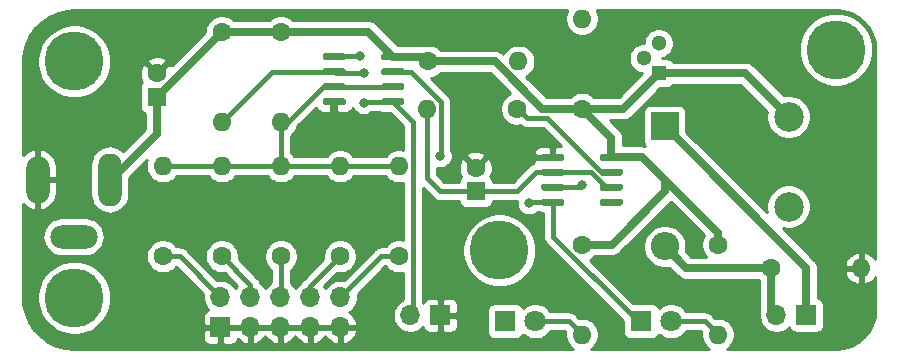
<source format=gtl>
G04 #@! TF.GenerationSoftware,KiCad,Pcbnew,(5.1.10)-1*
G04 #@! TF.CreationDate,2021-08-27T01:26:18-04:00*
G04 #@! TF.ProjectId,Water_Valve_Sensor,57617465-725f-4566-916c-76655f53656e,rev?*
G04 #@! TF.SameCoordinates,Original*
G04 #@! TF.FileFunction,Copper,L1,Top*
G04 #@! TF.FilePolarity,Positive*
%FSLAX46Y46*%
G04 Gerber Fmt 4.6, Leading zero omitted, Abs format (unit mm)*
G04 Created by KiCad (PCBNEW (5.1.10)-1) date 2021-08-27 01:26:18*
%MOMM*%
%LPD*%
G01*
G04 APERTURE LIST*
G04 #@! TA.AperFunction,ComponentPad*
%ADD10O,1.600000X1.600000*%
G04 #@! TD*
G04 #@! TA.AperFunction,ComponentPad*
%ADD11C,1.600000*%
G04 #@! TD*
G04 #@! TA.AperFunction,ComponentPad*
%ADD12C,2.500000*%
G04 #@! TD*
G04 #@! TA.AperFunction,ConnectorPad*
%ADD13C,5.000000*%
G04 #@! TD*
G04 #@! TA.AperFunction,ComponentPad*
%ADD14C,2.900000*%
G04 #@! TD*
G04 #@! TA.AperFunction,ComponentPad*
%ADD15O,2.000000X4.500000*%
G04 #@! TD*
G04 #@! TA.AperFunction,ComponentPad*
%ADD16O,4.000000X2.000000*%
G04 #@! TD*
G04 #@! TA.AperFunction,ComponentPad*
%ADD17O,2.000000X4.000000*%
G04 #@! TD*
G04 #@! TA.AperFunction,ComponentPad*
%ADD18O,1.700000X1.700000*%
G04 #@! TD*
G04 #@! TA.AperFunction,ComponentPad*
%ADD19R,1.700000X1.700000*%
G04 #@! TD*
G04 #@! TA.AperFunction,ComponentPad*
%ADD20R,1.600000X1.600000*%
G04 #@! TD*
G04 #@! TA.AperFunction,ComponentPad*
%ADD21R,1.300000X1.300000*%
G04 #@! TD*
G04 #@! TA.AperFunction,ComponentPad*
%ADD22C,1.300000*%
G04 #@! TD*
G04 #@! TA.AperFunction,ComponentPad*
%ADD23C,1.800000*%
G04 #@! TD*
G04 #@! TA.AperFunction,ComponentPad*
%ADD24R,1.800000X1.800000*%
G04 #@! TD*
G04 #@! TA.AperFunction,ComponentPad*
%ADD25O,2.400000X2.400000*%
G04 #@! TD*
G04 #@! TA.AperFunction,ComponentPad*
%ADD26R,2.400000X2.400000*%
G04 #@! TD*
G04 #@! TA.AperFunction,ViaPad*
%ADD27C,0.800000*%
G04 #@! TD*
G04 #@! TA.AperFunction,Conductor*
%ADD28C,0.700000*%
G04 #@! TD*
G04 #@! TA.AperFunction,Conductor*
%ADD29C,0.400000*%
G04 #@! TD*
G04 #@! TA.AperFunction,Conductor*
%ADD30C,0.254000*%
G04 #@! TD*
G04 #@! TA.AperFunction,Conductor*
%ADD31C,0.100000*%
G04 #@! TD*
G04 APERTURE END LIST*
D10*
X106620000Y-143500000D03*
D11*
X99000000Y-143500000D03*
D12*
X100500000Y-130700000D03*
X100500000Y-138300000D03*
D13*
X104500000Y-125000000D03*
D14*
X104500000Y-125000000D03*
D15*
X43000000Y-136000000D03*
D16*
X39952000Y-140826000D03*
D17*
X36904000Y-136000000D03*
D18*
X68460000Y-147500000D03*
D19*
X71000000Y-147500000D03*
D13*
X76000000Y-142000000D03*
D14*
X76000000Y-142000000D03*
D13*
X40000000Y-146000000D03*
D14*
X40000000Y-146000000D03*
D13*
X40000000Y-126000000D03*
D14*
X40000000Y-126000000D03*
D18*
X99460000Y-147500000D03*
D19*
X102000000Y-147500000D03*
D18*
X62540000Y-145960000D03*
X62540000Y-148500000D03*
X60000000Y-145960000D03*
X60000000Y-148500000D03*
X57460000Y-145960000D03*
X57460000Y-148500000D03*
X54920000Y-145960000D03*
X54920000Y-148500000D03*
X52380000Y-145960000D03*
D19*
X52380000Y-148500000D03*
D11*
X74000000Y-135000000D03*
D20*
X74000000Y-137000000D03*
G04 #@! TA.AperFunction,SMDPad,CuDef*
G36*
G01*
X66000000Y-125745000D02*
X66000000Y-125445000D01*
G75*
G02*
X66150000Y-125295000I150000J0D01*
G01*
X67800000Y-125295000D01*
G75*
G02*
X67950000Y-125445000I0J-150000D01*
G01*
X67950000Y-125745000D01*
G75*
G02*
X67800000Y-125895000I-150000J0D01*
G01*
X66150000Y-125895000D01*
G75*
G02*
X66000000Y-125745000I0J150000D01*
G01*
G37*
G04 #@! TD.AperFunction*
G04 #@! TA.AperFunction,SMDPad,CuDef*
G36*
G01*
X66000000Y-127015000D02*
X66000000Y-126715000D01*
G75*
G02*
X66150000Y-126565000I150000J0D01*
G01*
X67800000Y-126565000D01*
G75*
G02*
X67950000Y-126715000I0J-150000D01*
G01*
X67950000Y-127015000D01*
G75*
G02*
X67800000Y-127165000I-150000J0D01*
G01*
X66150000Y-127165000D01*
G75*
G02*
X66000000Y-127015000I0J150000D01*
G01*
G37*
G04 #@! TD.AperFunction*
G04 #@! TA.AperFunction,SMDPad,CuDef*
G36*
G01*
X66000000Y-128285000D02*
X66000000Y-127985000D01*
G75*
G02*
X66150000Y-127835000I150000J0D01*
G01*
X67800000Y-127835000D01*
G75*
G02*
X67950000Y-127985000I0J-150000D01*
G01*
X67950000Y-128285000D01*
G75*
G02*
X67800000Y-128435000I-150000J0D01*
G01*
X66150000Y-128435000D01*
G75*
G02*
X66000000Y-128285000I0J150000D01*
G01*
G37*
G04 #@! TD.AperFunction*
G04 #@! TA.AperFunction,SMDPad,CuDef*
G36*
G01*
X66000000Y-129555000D02*
X66000000Y-129255000D01*
G75*
G02*
X66150000Y-129105000I150000J0D01*
G01*
X67800000Y-129105000D01*
G75*
G02*
X67950000Y-129255000I0J-150000D01*
G01*
X67950000Y-129555000D01*
G75*
G02*
X67800000Y-129705000I-150000J0D01*
G01*
X66150000Y-129705000D01*
G75*
G02*
X66000000Y-129555000I0J150000D01*
G01*
G37*
G04 #@! TD.AperFunction*
G04 #@! TA.AperFunction,SMDPad,CuDef*
G36*
G01*
X61050000Y-129555000D02*
X61050000Y-129255000D01*
G75*
G02*
X61200000Y-129105000I150000J0D01*
G01*
X62850000Y-129105000D01*
G75*
G02*
X63000000Y-129255000I0J-150000D01*
G01*
X63000000Y-129555000D01*
G75*
G02*
X62850000Y-129705000I-150000J0D01*
G01*
X61200000Y-129705000D01*
G75*
G02*
X61050000Y-129555000I0J150000D01*
G01*
G37*
G04 #@! TD.AperFunction*
G04 #@! TA.AperFunction,SMDPad,CuDef*
G36*
G01*
X61050000Y-128285000D02*
X61050000Y-127985000D01*
G75*
G02*
X61200000Y-127835000I150000J0D01*
G01*
X62850000Y-127835000D01*
G75*
G02*
X63000000Y-127985000I0J-150000D01*
G01*
X63000000Y-128285000D01*
G75*
G02*
X62850000Y-128435000I-150000J0D01*
G01*
X61200000Y-128435000D01*
G75*
G02*
X61050000Y-128285000I0J150000D01*
G01*
G37*
G04 #@! TD.AperFunction*
G04 #@! TA.AperFunction,SMDPad,CuDef*
G36*
G01*
X61050000Y-127015000D02*
X61050000Y-126715000D01*
G75*
G02*
X61200000Y-126565000I150000J0D01*
G01*
X62850000Y-126565000D01*
G75*
G02*
X63000000Y-126715000I0J-150000D01*
G01*
X63000000Y-127015000D01*
G75*
G02*
X62850000Y-127165000I-150000J0D01*
G01*
X61200000Y-127165000D01*
G75*
G02*
X61050000Y-127015000I0J150000D01*
G01*
G37*
G04 #@! TD.AperFunction*
G04 #@! TA.AperFunction,SMDPad,CuDef*
G36*
G01*
X61050000Y-125745000D02*
X61050000Y-125445000D01*
G75*
G02*
X61200000Y-125295000I150000J0D01*
G01*
X62850000Y-125295000D01*
G75*
G02*
X63000000Y-125445000I0J-150000D01*
G01*
X63000000Y-125745000D01*
G75*
G02*
X62850000Y-125895000I-150000J0D01*
G01*
X61200000Y-125895000D01*
G75*
G02*
X61050000Y-125745000I0J150000D01*
G01*
G37*
G04 #@! TD.AperFunction*
G04 #@! TA.AperFunction,SMDPad,CuDef*
G36*
G01*
X84500000Y-134245000D02*
X84500000Y-133945000D01*
G75*
G02*
X84650000Y-133795000I150000J0D01*
G01*
X86300000Y-133795000D01*
G75*
G02*
X86450000Y-133945000I0J-150000D01*
G01*
X86450000Y-134245000D01*
G75*
G02*
X86300000Y-134395000I-150000J0D01*
G01*
X84650000Y-134395000D01*
G75*
G02*
X84500000Y-134245000I0J150000D01*
G01*
G37*
G04 #@! TD.AperFunction*
G04 #@! TA.AperFunction,SMDPad,CuDef*
G36*
G01*
X84500000Y-135515000D02*
X84500000Y-135215000D01*
G75*
G02*
X84650000Y-135065000I150000J0D01*
G01*
X86300000Y-135065000D01*
G75*
G02*
X86450000Y-135215000I0J-150000D01*
G01*
X86450000Y-135515000D01*
G75*
G02*
X86300000Y-135665000I-150000J0D01*
G01*
X84650000Y-135665000D01*
G75*
G02*
X84500000Y-135515000I0J150000D01*
G01*
G37*
G04 #@! TD.AperFunction*
G04 #@! TA.AperFunction,SMDPad,CuDef*
G36*
G01*
X84500000Y-136785000D02*
X84500000Y-136485000D01*
G75*
G02*
X84650000Y-136335000I150000J0D01*
G01*
X86300000Y-136335000D01*
G75*
G02*
X86450000Y-136485000I0J-150000D01*
G01*
X86450000Y-136785000D01*
G75*
G02*
X86300000Y-136935000I-150000J0D01*
G01*
X84650000Y-136935000D01*
G75*
G02*
X84500000Y-136785000I0J150000D01*
G01*
G37*
G04 #@! TD.AperFunction*
G04 #@! TA.AperFunction,SMDPad,CuDef*
G36*
G01*
X84500000Y-138055000D02*
X84500000Y-137755000D01*
G75*
G02*
X84650000Y-137605000I150000J0D01*
G01*
X86300000Y-137605000D01*
G75*
G02*
X86450000Y-137755000I0J-150000D01*
G01*
X86450000Y-138055000D01*
G75*
G02*
X86300000Y-138205000I-150000J0D01*
G01*
X84650000Y-138205000D01*
G75*
G02*
X84500000Y-138055000I0J150000D01*
G01*
G37*
G04 #@! TD.AperFunction*
G04 #@! TA.AperFunction,SMDPad,CuDef*
G36*
G01*
X79550000Y-138055000D02*
X79550000Y-137755000D01*
G75*
G02*
X79700000Y-137605000I150000J0D01*
G01*
X81350000Y-137605000D01*
G75*
G02*
X81500000Y-137755000I0J-150000D01*
G01*
X81500000Y-138055000D01*
G75*
G02*
X81350000Y-138205000I-150000J0D01*
G01*
X79700000Y-138205000D01*
G75*
G02*
X79550000Y-138055000I0J150000D01*
G01*
G37*
G04 #@! TD.AperFunction*
G04 #@! TA.AperFunction,SMDPad,CuDef*
G36*
G01*
X79550000Y-136785000D02*
X79550000Y-136485000D01*
G75*
G02*
X79700000Y-136335000I150000J0D01*
G01*
X81350000Y-136335000D01*
G75*
G02*
X81500000Y-136485000I0J-150000D01*
G01*
X81500000Y-136785000D01*
G75*
G02*
X81350000Y-136935000I-150000J0D01*
G01*
X79700000Y-136935000D01*
G75*
G02*
X79550000Y-136785000I0J150000D01*
G01*
G37*
G04 #@! TD.AperFunction*
G04 #@! TA.AperFunction,SMDPad,CuDef*
G36*
G01*
X79550000Y-135515000D02*
X79550000Y-135215000D01*
G75*
G02*
X79700000Y-135065000I150000J0D01*
G01*
X81350000Y-135065000D01*
G75*
G02*
X81500000Y-135215000I0J-150000D01*
G01*
X81500000Y-135515000D01*
G75*
G02*
X81350000Y-135665000I-150000J0D01*
G01*
X79700000Y-135665000D01*
G75*
G02*
X79550000Y-135515000I0J150000D01*
G01*
G37*
G04 #@! TD.AperFunction*
G04 #@! TA.AperFunction,SMDPad,CuDef*
G36*
G01*
X79550000Y-134245000D02*
X79550000Y-133945000D01*
G75*
G02*
X79700000Y-133795000I150000J0D01*
G01*
X81350000Y-133795000D01*
G75*
G02*
X81500000Y-133945000I0J-150000D01*
G01*
X81500000Y-134245000D01*
G75*
G02*
X81350000Y-134395000I-150000J0D01*
G01*
X79700000Y-134395000D01*
G75*
G02*
X79550000Y-134245000I0J150000D01*
G01*
G37*
G04 #@! TD.AperFunction*
D10*
X83000000Y-149120000D03*
D11*
X83000000Y-141500000D03*
D10*
X83000000Y-122380000D03*
D11*
X83000000Y-130000000D03*
D10*
X69880000Y-130000000D03*
D11*
X77500000Y-130000000D03*
D10*
X77620000Y-126000000D03*
D11*
X70000000Y-126000000D03*
D10*
X94500000Y-149120000D03*
D11*
X94500000Y-141500000D03*
D10*
X67500000Y-134880000D03*
D11*
X67500000Y-142500000D03*
D10*
X62500000Y-134880000D03*
D11*
X62500000Y-142500000D03*
D10*
X57500000Y-134880000D03*
D11*
X57500000Y-142500000D03*
D10*
X52500000Y-134880000D03*
D11*
X52500000Y-142500000D03*
D10*
X47500000Y-134880000D03*
D11*
X47500000Y-142500000D03*
D10*
X52500000Y-131120000D03*
D11*
X52500000Y-123500000D03*
D10*
X57500000Y-131120000D03*
D11*
X57500000Y-123500000D03*
D21*
X89500000Y-127000000D03*
D22*
X89500000Y-124460000D03*
X88230000Y-125730000D03*
D23*
X79040000Y-148000000D03*
D24*
X76500000Y-148000000D03*
D25*
X90000000Y-141660000D03*
D26*
X90000000Y-131500000D03*
D23*
X90540000Y-148000000D03*
D24*
X88000000Y-148000000D03*
D11*
X47000000Y-127000000D03*
D20*
X47000000Y-129000000D03*
D27*
X62000000Y-131000000D03*
X78500000Y-138000000D03*
X64184002Y-125500000D03*
X64500000Y-129500000D03*
X64500000Y-127000000D03*
X83000000Y-136500000D03*
X71000000Y-134000000D03*
D28*
X62000000Y-129430000D02*
X62025000Y-129405000D01*
X62000000Y-131000000D02*
X62000000Y-129430000D01*
X47000000Y-132130402D02*
X47000000Y-129000000D01*
X43130402Y-136000000D02*
X47000000Y-132130402D01*
X43000000Y-136000000D02*
X43130402Y-136000000D01*
X47000000Y-129000000D02*
X52500000Y-123500000D01*
X52500000Y-123500000D02*
X57500000Y-123500000D01*
X64880000Y-123500000D02*
X66975000Y-125595000D01*
X57500000Y-123500000D02*
X64880000Y-123500000D01*
X69595000Y-125595000D02*
X70000000Y-126000000D01*
X66975000Y-125595000D02*
X69595000Y-125595000D01*
X79621998Y-130000000D02*
X83000000Y-130000000D01*
X75621998Y-126000000D02*
X79621998Y-130000000D01*
X70000000Y-126000000D02*
X75621998Y-126000000D01*
X86500000Y-130000000D02*
X89500000Y-127000000D01*
X83000000Y-130000000D02*
X86500000Y-130000000D01*
X88095000Y-134095000D02*
X85475000Y-134095000D01*
X85475000Y-132475000D02*
X83000000Y-130000000D01*
X85475000Y-134095000D02*
X85475000Y-132475000D01*
X90000000Y-136000000D02*
X88095000Y-134095000D01*
X85500000Y-141500000D02*
X83000000Y-141500000D01*
X90000000Y-137000000D02*
X85500000Y-141500000D01*
X90000000Y-136000000D02*
X90000000Y-137000000D01*
X94500000Y-140500000D02*
X90000000Y-136000000D01*
X94500000Y-141500000D02*
X94500000Y-140500000D01*
X96800000Y-127000000D02*
X100500000Y-130700000D01*
X89500000Y-127000000D02*
X96800000Y-127000000D01*
D29*
X93380000Y-148000000D02*
X94500000Y-149120000D01*
X90540000Y-148000000D02*
X93380000Y-148000000D01*
X78595000Y-137905000D02*
X78500000Y-138000000D01*
X80525000Y-137905000D02*
X78595000Y-137905000D01*
X62120000Y-125500000D02*
X62025000Y-125595000D01*
X64184002Y-125500000D02*
X62120000Y-125500000D01*
X87200000Y-147500000D02*
X80525000Y-140825000D01*
X80525000Y-140825000D02*
X80525000Y-137905000D01*
X88500000Y-147500000D02*
X87200000Y-147500000D01*
D28*
X102000000Y-143500000D02*
X102000000Y-147500000D01*
X90000000Y-131500000D02*
X102000000Y-143500000D01*
D29*
X81880000Y-148000000D02*
X83000000Y-149120000D01*
X79040000Y-148000000D02*
X81880000Y-148000000D01*
X64595000Y-129405000D02*
X64500000Y-129500000D01*
X66975000Y-129405000D02*
X64595000Y-129405000D01*
X62160000Y-127000000D02*
X62025000Y-126865000D01*
X64500000Y-127000000D02*
X62160000Y-127000000D01*
X56755000Y-126865000D02*
X52500000Y-131120000D01*
X62025000Y-126865000D02*
X56755000Y-126865000D01*
X68700001Y-147259999D02*
X68460000Y-147500000D01*
X68700001Y-131130001D02*
X68700001Y-147259999D01*
X66975000Y-129405000D02*
X68700001Y-131130001D01*
X82865000Y-136635000D02*
X83000000Y-136500000D01*
X80525000Y-136635000D02*
X82865000Y-136635000D01*
X58065000Y-131120000D02*
X57500000Y-131120000D01*
X61050000Y-128135000D02*
X58065000Y-131120000D01*
X62025000Y-128135000D02*
X61050000Y-128135000D01*
X57500000Y-131120000D02*
X57500000Y-134880000D01*
X52500000Y-134880000D02*
X57500000Y-134880000D01*
X57500000Y-134880000D02*
X62500000Y-134880000D01*
X62500000Y-134880000D02*
X67500000Y-134880000D01*
X66975000Y-128135000D02*
X62025000Y-128135000D01*
X52500000Y-134880000D02*
X47500000Y-134880000D01*
X48920000Y-142500000D02*
X52380000Y-145960000D01*
X47500000Y-142500000D02*
X48920000Y-142500000D01*
X54920000Y-144920000D02*
X54920000Y-145960000D01*
X52500000Y-142500000D02*
X54920000Y-144920000D01*
X57500000Y-145920000D02*
X57460000Y-145960000D01*
X57500000Y-142500000D02*
X57500000Y-145920000D01*
X60000000Y-145000000D02*
X60000000Y-145960000D01*
X62500000Y-142500000D02*
X60000000Y-145000000D01*
X66000000Y-142500000D02*
X62540000Y-145960000D01*
X67500000Y-142500000D02*
X66000000Y-142500000D01*
X78299999Y-130799999D02*
X77500000Y-130000000D01*
X80005707Y-130799999D02*
X78299999Y-130799999D01*
X84570708Y-135365000D02*
X80005707Y-130799999D01*
X85475000Y-135365000D02*
X84570708Y-135365000D01*
X84992166Y-136635000D02*
X85475000Y-136635000D01*
X83722166Y-135365000D02*
X84992166Y-136635000D01*
X80525000Y-135365000D02*
X83722166Y-135365000D01*
X77500000Y-137000000D02*
X79135000Y-135365000D01*
X71000000Y-137000000D02*
X77500000Y-137000000D01*
X69880000Y-135880000D02*
X71000000Y-137000000D01*
X79135000Y-135365000D02*
X80525000Y-135365000D01*
X69880000Y-130000000D02*
X69880000Y-135880000D01*
X71080001Y-133919999D02*
X71000000Y-134000000D01*
X71080001Y-129423999D02*
X71080001Y-133919999D01*
X68521002Y-126865000D02*
X71080001Y-129423999D01*
X66975000Y-126865000D02*
X68521002Y-126865000D01*
D28*
X91840000Y-143500000D02*
X99000000Y-143500000D01*
X90000000Y-141660000D02*
X91840000Y-143500000D01*
X99000000Y-147040000D02*
X99460000Y-147500000D01*
X99000000Y-143500000D02*
X99000000Y-147040000D01*
D30*
X81728320Y-121700273D02*
X81620147Y-121961426D01*
X81565000Y-122238665D01*
X81565000Y-122521335D01*
X81620147Y-122798574D01*
X81728320Y-123059727D01*
X81885363Y-123294759D01*
X82085241Y-123494637D01*
X82320273Y-123651680D01*
X82581426Y-123759853D01*
X82858665Y-123815000D01*
X83141335Y-123815000D01*
X83418574Y-123759853D01*
X83679727Y-123651680D01*
X83914759Y-123494637D01*
X84114637Y-123294759D01*
X84271680Y-123059727D01*
X84379853Y-122798574D01*
X84435000Y-122521335D01*
X84435000Y-122238665D01*
X84379853Y-121961426D01*
X84271680Y-121700273D01*
X84244771Y-121660000D01*
X104467722Y-121660000D01*
X105148126Y-121726714D01*
X105771572Y-121914943D01*
X106346579Y-122220681D01*
X106851247Y-122632279D01*
X107266362Y-123134067D01*
X107576105Y-123706924D01*
X107768682Y-124329039D01*
X107840001Y-125007594D01*
X107840000Y-142747691D01*
X107683519Y-142536586D01*
X107475131Y-142347615D01*
X107233881Y-142202930D01*
X106969040Y-142108091D01*
X106747000Y-142229376D01*
X106747000Y-143373000D01*
X106767000Y-143373000D01*
X106767000Y-143627000D01*
X106747000Y-143627000D01*
X106747000Y-144770624D01*
X106969040Y-144891909D01*
X107233881Y-144797070D01*
X107475131Y-144652385D01*
X107683519Y-144463414D01*
X107840000Y-144252310D01*
X107840000Y-146967721D01*
X107773286Y-147648126D01*
X107585057Y-148271570D01*
X107279323Y-148846573D01*
X106867721Y-149351248D01*
X106365933Y-149766362D01*
X105793077Y-150076104D01*
X105170961Y-150268682D01*
X104492417Y-150340000D01*
X95257072Y-150340000D01*
X95414759Y-150234637D01*
X95614637Y-150034759D01*
X95771680Y-149799727D01*
X95879853Y-149538574D01*
X95935000Y-149261335D01*
X95935000Y-148978665D01*
X95879853Y-148701426D01*
X95771680Y-148440273D01*
X95614637Y-148205241D01*
X95414759Y-148005363D01*
X95179727Y-147848320D01*
X94918574Y-147740147D01*
X94641335Y-147685000D01*
X94358665Y-147685000D01*
X94264582Y-147703715D01*
X93999446Y-147438579D01*
X93973291Y-147406709D01*
X93846146Y-147302364D01*
X93701087Y-147224828D01*
X93543689Y-147177082D01*
X93421019Y-147165000D01*
X93421018Y-147165000D01*
X93380000Y-147160960D01*
X93338982Y-147165000D01*
X91828199Y-147165000D01*
X91732312Y-147021495D01*
X91518505Y-146807688D01*
X91267095Y-146639701D01*
X90987743Y-146523989D01*
X90691184Y-146465000D01*
X90388816Y-146465000D01*
X90092257Y-146523989D01*
X89812905Y-146639701D01*
X89561495Y-146807688D01*
X89495056Y-146874127D01*
X89489502Y-146855820D01*
X89430537Y-146745506D01*
X89351185Y-146648815D01*
X89254494Y-146569463D01*
X89144180Y-146510498D01*
X89024482Y-146474188D01*
X88900000Y-146461928D01*
X87342797Y-146461928D01*
X83660508Y-142779641D01*
X83679727Y-142771680D01*
X83914759Y-142614637D01*
X84044396Y-142485000D01*
X85451620Y-142485000D01*
X85500000Y-142489765D01*
X85548380Y-142485000D01*
X85693094Y-142470747D01*
X85878767Y-142414424D01*
X86049884Y-142322960D01*
X86199870Y-142199870D01*
X86230716Y-142162284D01*
X90500000Y-137893000D01*
X93308009Y-140701009D01*
X93228320Y-140820273D01*
X93120147Y-141081426D01*
X93065000Y-141358665D01*
X93065000Y-141641335D01*
X93120147Y-141918574D01*
X93228320Y-142179727D01*
X93385363Y-142414759D01*
X93485604Y-142515000D01*
X92248001Y-142515000D01*
X91791653Y-142058652D01*
X91835000Y-141840732D01*
X91835000Y-141479268D01*
X91764482Y-141124750D01*
X91626156Y-140790801D01*
X91425338Y-140490256D01*
X91169744Y-140234662D01*
X90869199Y-140033844D01*
X90535250Y-139895518D01*
X90180732Y-139825000D01*
X89819268Y-139825000D01*
X89464750Y-139895518D01*
X89130801Y-140033844D01*
X88830256Y-140234662D01*
X88574662Y-140490256D01*
X88373844Y-140790801D01*
X88235518Y-141124750D01*
X88165000Y-141479268D01*
X88165000Y-141840732D01*
X88235518Y-142195250D01*
X88373844Y-142529199D01*
X88574662Y-142829744D01*
X88830256Y-143085338D01*
X89130801Y-143286156D01*
X89464750Y-143424482D01*
X89819268Y-143495000D01*
X90180732Y-143495000D01*
X90398652Y-143451653D01*
X91109289Y-144162290D01*
X91140130Y-144199870D01*
X91290116Y-144322960D01*
X91446799Y-144406709D01*
X91461233Y-144414424D01*
X91646906Y-144470747D01*
X91840000Y-144489765D01*
X91888380Y-144485000D01*
X97955604Y-144485000D01*
X98015000Y-144544396D01*
X98015001Y-146991610D01*
X98010235Y-147040000D01*
X98019234Y-147131364D01*
X97975000Y-147353740D01*
X97975000Y-147646260D01*
X98032068Y-147933158D01*
X98144010Y-148203411D01*
X98306525Y-148446632D01*
X98513368Y-148653475D01*
X98756589Y-148815990D01*
X99026842Y-148927932D01*
X99313740Y-148985000D01*
X99606260Y-148985000D01*
X99893158Y-148927932D01*
X100163411Y-148815990D01*
X100406632Y-148653475D01*
X100538487Y-148521620D01*
X100560498Y-148594180D01*
X100619463Y-148704494D01*
X100698815Y-148801185D01*
X100795506Y-148880537D01*
X100905820Y-148939502D01*
X101025518Y-148975812D01*
X101150000Y-148988072D01*
X102850000Y-148988072D01*
X102974482Y-148975812D01*
X103094180Y-148939502D01*
X103204494Y-148880537D01*
X103301185Y-148801185D01*
X103380537Y-148704494D01*
X103439502Y-148594180D01*
X103475812Y-148474482D01*
X103488072Y-148350000D01*
X103488072Y-146650000D01*
X103475812Y-146525518D01*
X103439502Y-146405820D01*
X103380537Y-146295506D01*
X103301185Y-146198815D01*
X103204494Y-146119463D01*
X103094180Y-146060498D01*
X102985000Y-146027379D01*
X102985000Y-143849039D01*
X105228096Y-143849039D01*
X105268754Y-143983087D01*
X105388963Y-144237420D01*
X105556481Y-144463414D01*
X105764869Y-144652385D01*
X106006119Y-144797070D01*
X106270960Y-144891909D01*
X106493000Y-144770624D01*
X106493000Y-143627000D01*
X105350085Y-143627000D01*
X105228096Y-143849039D01*
X102985000Y-143849039D01*
X102985000Y-143548380D01*
X102989765Y-143500000D01*
X102970747Y-143306906D01*
X102923442Y-143150961D01*
X105228096Y-143150961D01*
X105350085Y-143373000D01*
X106493000Y-143373000D01*
X106493000Y-142229376D01*
X106270960Y-142108091D01*
X106006119Y-142202930D01*
X105764869Y-142347615D01*
X105556481Y-142536586D01*
X105388963Y-142762580D01*
X105268754Y-143016913D01*
X105228096Y-143150961D01*
X102923442Y-143150961D01*
X102914424Y-143121233D01*
X102822960Y-142950116D01*
X102730710Y-142837709D01*
X102699870Y-142800130D01*
X102662290Y-142769289D01*
X100019317Y-140126316D01*
X100314344Y-140185000D01*
X100685656Y-140185000D01*
X101049834Y-140112561D01*
X101392882Y-139970466D01*
X101701618Y-139764175D01*
X101964175Y-139501618D01*
X102170466Y-139192882D01*
X102312561Y-138849834D01*
X102385000Y-138485656D01*
X102385000Y-138114344D01*
X102312561Y-137750166D01*
X102170466Y-137407118D01*
X101964175Y-137098382D01*
X101701618Y-136835825D01*
X101392882Y-136629534D01*
X101049834Y-136487439D01*
X100685656Y-136415000D01*
X100314344Y-136415000D01*
X99950166Y-136487439D01*
X99607118Y-136629534D01*
X99298382Y-136835825D01*
X99035825Y-137098382D01*
X98829534Y-137407118D01*
X98687439Y-137750166D01*
X98615000Y-138114344D01*
X98615000Y-138485656D01*
X98673684Y-138780684D01*
X91838072Y-131945072D01*
X91838072Y-130300000D01*
X91825812Y-130175518D01*
X91789502Y-130055820D01*
X91730537Y-129945506D01*
X91651185Y-129848815D01*
X91554494Y-129769463D01*
X91444180Y-129710498D01*
X91324482Y-129674188D01*
X91200000Y-129661928D01*
X88800000Y-129661928D01*
X88675518Y-129674188D01*
X88555820Y-129710498D01*
X88445506Y-129769463D01*
X88348815Y-129848815D01*
X88269463Y-129945506D01*
X88210498Y-130055820D01*
X88174188Y-130175518D01*
X88161928Y-130300000D01*
X88161928Y-132700000D01*
X88174188Y-132824482D01*
X88210498Y-132944180D01*
X88269463Y-133054494D01*
X88339513Y-133139851D01*
X88288094Y-133124253D01*
X88143380Y-133110000D01*
X88095000Y-133105235D01*
X88046620Y-133110000D01*
X86460000Y-133110000D01*
X86460000Y-132523380D01*
X86464765Y-132475000D01*
X86445747Y-132281906D01*
X86389424Y-132096233D01*
X86297960Y-131925116D01*
X86217961Y-131827637D01*
X86174870Y-131775130D01*
X86137290Y-131744289D01*
X85378001Y-130985000D01*
X86451620Y-130985000D01*
X86500000Y-130989765D01*
X86548380Y-130985000D01*
X86693094Y-130970747D01*
X86878767Y-130914424D01*
X87049884Y-130822960D01*
X87199870Y-130699870D01*
X87230716Y-130662284D01*
X89604929Y-128288072D01*
X90150000Y-128288072D01*
X90274482Y-128275812D01*
X90394180Y-128239502D01*
X90504494Y-128180537D01*
X90601185Y-128101185D01*
X90680537Y-128004494D01*
X90690957Y-127985000D01*
X96392000Y-127985000D01*
X98665825Y-130258825D01*
X98615000Y-130514344D01*
X98615000Y-130885656D01*
X98687439Y-131249834D01*
X98829534Y-131592882D01*
X99035825Y-131901618D01*
X99298382Y-132164175D01*
X99607118Y-132370466D01*
X99950166Y-132512561D01*
X100314344Y-132585000D01*
X100685656Y-132585000D01*
X101049834Y-132512561D01*
X101392882Y-132370466D01*
X101701618Y-132164175D01*
X101964175Y-131901618D01*
X102170466Y-131592882D01*
X102312561Y-131249834D01*
X102385000Y-130885656D01*
X102385000Y-130514344D01*
X102312561Y-130150166D01*
X102170466Y-129807118D01*
X101964175Y-129498382D01*
X101701618Y-129235825D01*
X101392882Y-129029534D01*
X101049834Y-128887439D01*
X100685656Y-128815000D01*
X100314344Y-128815000D01*
X100058825Y-128865825D01*
X97530716Y-126337716D01*
X97499870Y-126300130D01*
X97349884Y-126177040D01*
X97178767Y-126085576D01*
X96993094Y-126029253D01*
X96848380Y-126015000D01*
X96800000Y-126010235D01*
X96751620Y-126015000D01*
X90690957Y-126015000D01*
X90680537Y-125995506D01*
X90601185Y-125898815D01*
X90504494Y-125819463D01*
X90394180Y-125760498D01*
X90274482Y-125724188D01*
X90150000Y-125711928D01*
X89792828Y-125711928D01*
X89874821Y-125695619D01*
X90108676Y-125598753D01*
X90319140Y-125458125D01*
X90498125Y-125279140D01*
X90638753Y-125068676D01*
X90735619Y-124834821D01*
X90764180Y-124691229D01*
X101365000Y-124691229D01*
X101365000Y-125308771D01*
X101485476Y-125914446D01*
X101721799Y-126484979D01*
X102064886Y-126998446D01*
X102501554Y-127435114D01*
X103015021Y-127778201D01*
X103585554Y-128014524D01*
X104191229Y-128135000D01*
X104808771Y-128135000D01*
X105414446Y-128014524D01*
X105984979Y-127778201D01*
X106498446Y-127435114D01*
X106935114Y-126998446D01*
X107278201Y-126484979D01*
X107514524Y-125914446D01*
X107635000Y-125308771D01*
X107635000Y-124691229D01*
X107514524Y-124085554D01*
X107278201Y-123515021D01*
X106935114Y-123001554D01*
X106498446Y-122564886D01*
X105984979Y-122221799D01*
X105414446Y-121985476D01*
X104808771Y-121865000D01*
X104191229Y-121865000D01*
X103585554Y-121985476D01*
X103015021Y-122221799D01*
X102501554Y-122564886D01*
X102064886Y-123001554D01*
X101721799Y-123515021D01*
X101485476Y-124085554D01*
X101365000Y-124691229D01*
X90764180Y-124691229D01*
X90785000Y-124586561D01*
X90785000Y-124333439D01*
X90735619Y-124085179D01*
X90638753Y-123851324D01*
X90498125Y-123640860D01*
X90319140Y-123461875D01*
X90108676Y-123321247D01*
X89874821Y-123224381D01*
X89626561Y-123175000D01*
X89373439Y-123175000D01*
X89125179Y-123224381D01*
X88891324Y-123321247D01*
X88680860Y-123461875D01*
X88501875Y-123640860D01*
X88361247Y-123851324D01*
X88264381Y-124085179D01*
X88215000Y-124333439D01*
X88215000Y-124445000D01*
X88103439Y-124445000D01*
X87855179Y-124494381D01*
X87621324Y-124591247D01*
X87410860Y-124731875D01*
X87231875Y-124910860D01*
X87091247Y-125121324D01*
X86994381Y-125355179D01*
X86945000Y-125603439D01*
X86945000Y-125856561D01*
X86994381Y-126104821D01*
X87091247Y-126338676D01*
X87231875Y-126549140D01*
X87410860Y-126728125D01*
X87621324Y-126868753D01*
X87855179Y-126965619D01*
X88093897Y-127013102D01*
X86092000Y-129015000D01*
X84044396Y-129015000D01*
X83914759Y-128885363D01*
X83679727Y-128728320D01*
X83418574Y-128620147D01*
X83141335Y-128565000D01*
X82858665Y-128565000D01*
X82581426Y-128620147D01*
X82320273Y-128728320D01*
X82085241Y-128885363D01*
X81955604Y-129015000D01*
X80029998Y-129015000D01*
X78290500Y-127275502D01*
X78299727Y-127271680D01*
X78534759Y-127114637D01*
X78734637Y-126914759D01*
X78891680Y-126679727D01*
X78999853Y-126418574D01*
X79055000Y-126141335D01*
X79055000Y-125858665D01*
X78999853Y-125581426D01*
X78891680Y-125320273D01*
X78734637Y-125085241D01*
X78534759Y-124885363D01*
X78299727Y-124728320D01*
X78038574Y-124620147D01*
X77761335Y-124565000D01*
X77478665Y-124565000D01*
X77201426Y-124620147D01*
X76940273Y-124728320D01*
X76705241Y-124885363D01*
X76505363Y-125085241D01*
X76348320Y-125320273D01*
X76344992Y-125328307D01*
X76321868Y-125300130D01*
X76171882Y-125177040D01*
X76000765Y-125085576D01*
X75815092Y-125029253D01*
X75670378Y-125015000D01*
X75621998Y-125010235D01*
X75573618Y-125015000D01*
X71044396Y-125015000D01*
X70914759Y-124885363D01*
X70679727Y-124728320D01*
X70418574Y-124620147D01*
X70141335Y-124565000D01*
X69858665Y-124565000D01*
X69636061Y-124609279D01*
X69595000Y-124605235D01*
X69546620Y-124610000D01*
X67383000Y-124610000D01*
X65610716Y-122837716D01*
X65579870Y-122800130D01*
X65429884Y-122677040D01*
X65258767Y-122585576D01*
X65073094Y-122529253D01*
X64928380Y-122515000D01*
X64880000Y-122510235D01*
X64831620Y-122515000D01*
X58544396Y-122515000D01*
X58414759Y-122385363D01*
X58179727Y-122228320D01*
X57918574Y-122120147D01*
X57641335Y-122065000D01*
X57358665Y-122065000D01*
X57081426Y-122120147D01*
X56820273Y-122228320D01*
X56585241Y-122385363D01*
X56455604Y-122515000D01*
X53544396Y-122515000D01*
X53414759Y-122385363D01*
X53179727Y-122228320D01*
X52918574Y-122120147D01*
X52641335Y-122065000D01*
X52358665Y-122065000D01*
X52081426Y-122120147D01*
X51820273Y-122228320D01*
X51585241Y-122385363D01*
X51385363Y-122585241D01*
X51228320Y-122820273D01*
X51120147Y-123081426D01*
X51065000Y-123358665D01*
X51065000Y-123541999D01*
X48275629Y-126331371D01*
X48236671Y-126258486D01*
X47992702Y-126186903D01*
X47179605Y-127000000D01*
X47193748Y-127014143D01*
X47014143Y-127193748D01*
X47000000Y-127179605D01*
X46985858Y-127193748D01*
X46806253Y-127014143D01*
X46820395Y-127000000D01*
X46007298Y-126186903D01*
X45763329Y-126258486D01*
X45642429Y-126513996D01*
X45573700Y-126788184D01*
X45559783Y-127070512D01*
X45601213Y-127350130D01*
X45696397Y-127616292D01*
X45761616Y-127738309D01*
X45748815Y-127748815D01*
X45669463Y-127845506D01*
X45610498Y-127955820D01*
X45574188Y-128075518D01*
X45561928Y-128200000D01*
X45561928Y-129800000D01*
X45574188Y-129924482D01*
X45610498Y-130044180D01*
X45669463Y-130154494D01*
X45748815Y-130251185D01*
X45845506Y-130330537D01*
X45955820Y-130389502D01*
X46015001Y-130407454D01*
X46015000Y-131722401D01*
X44154794Y-133582607D01*
X43912752Y-133383969D01*
X43628715Y-133232148D01*
X43320516Y-133138657D01*
X43000000Y-133107089D01*
X42679485Y-133138657D01*
X42371286Y-133232148D01*
X42087249Y-133383969D01*
X41838287Y-133588286D01*
X41633970Y-133837248D01*
X41482149Y-134121285D01*
X41388658Y-134429484D01*
X41365001Y-134669678D01*
X41365000Y-137330321D01*
X41388657Y-137570515D01*
X41482148Y-137878714D01*
X41633969Y-138162751D01*
X41838286Y-138411714D01*
X42087248Y-138616031D01*
X42371285Y-138767852D01*
X42679484Y-138861343D01*
X43000000Y-138892911D01*
X43320515Y-138861343D01*
X43628714Y-138767852D01*
X43912751Y-138616031D01*
X44161714Y-138411714D01*
X44366031Y-138162752D01*
X44517852Y-137878715D01*
X44611343Y-137570516D01*
X44635000Y-137330322D01*
X44635000Y-135888402D01*
X46161280Y-134362123D01*
X46120147Y-134461426D01*
X46065000Y-134738665D01*
X46065000Y-135021335D01*
X46120147Y-135298574D01*
X46228320Y-135559727D01*
X46385363Y-135794759D01*
X46585241Y-135994637D01*
X46820273Y-136151680D01*
X47081426Y-136259853D01*
X47358665Y-136315000D01*
X47641335Y-136315000D01*
X47918574Y-136259853D01*
X48179727Y-136151680D01*
X48414759Y-135994637D01*
X48614637Y-135794759D01*
X48667930Y-135715000D01*
X51332070Y-135715000D01*
X51385363Y-135794759D01*
X51585241Y-135994637D01*
X51820273Y-136151680D01*
X52081426Y-136259853D01*
X52358665Y-136315000D01*
X52641335Y-136315000D01*
X52918574Y-136259853D01*
X53179727Y-136151680D01*
X53414759Y-135994637D01*
X53614637Y-135794759D01*
X53667930Y-135715000D01*
X56332070Y-135715000D01*
X56385363Y-135794759D01*
X56585241Y-135994637D01*
X56820273Y-136151680D01*
X57081426Y-136259853D01*
X57358665Y-136315000D01*
X57641335Y-136315000D01*
X57918574Y-136259853D01*
X58179727Y-136151680D01*
X58414759Y-135994637D01*
X58614637Y-135794759D01*
X58667930Y-135715000D01*
X61332070Y-135715000D01*
X61385363Y-135794759D01*
X61585241Y-135994637D01*
X61820273Y-136151680D01*
X62081426Y-136259853D01*
X62358665Y-136315000D01*
X62641335Y-136315000D01*
X62918574Y-136259853D01*
X63179727Y-136151680D01*
X63414759Y-135994637D01*
X63614637Y-135794759D01*
X63667930Y-135715000D01*
X66332070Y-135715000D01*
X66385363Y-135794759D01*
X66585241Y-135994637D01*
X66820273Y-136151680D01*
X67081426Y-136259853D01*
X67358665Y-136315000D01*
X67641335Y-136315000D01*
X67865001Y-136270509D01*
X67865002Y-141109491D01*
X67641335Y-141065000D01*
X67358665Y-141065000D01*
X67081426Y-141120147D01*
X66820273Y-141228320D01*
X66585241Y-141385363D01*
X66385363Y-141585241D01*
X66332070Y-141665000D01*
X66041018Y-141665000D01*
X66000000Y-141660960D01*
X65836311Y-141677082D01*
X65678913Y-141724828D01*
X65533854Y-141802364D01*
X65440758Y-141878766D01*
X65406709Y-141906709D01*
X65380563Y-141938568D01*
X62817940Y-144501193D01*
X62686260Y-144475000D01*
X62393740Y-144475000D01*
X62106842Y-144532068D01*
X61836589Y-144644010D01*
X61593368Y-144806525D01*
X61386525Y-145013368D01*
X61270000Y-145187760D01*
X61159092Y-145021775D01*
X62264583Y-143916286D01*
X62358665Y-143935000D01*
X62641335Y-143935000D01*
X62918574Y-143879853D01*
X63179727Y-143771680D01*
X63414759Y-143614637D01*
X63614637Y-143414759D01*
X63771680Y-143179727D01*
X63879853Y-142918574D01*
X63935000Y-142641335D01*
X63935000Y-142358665D01*
X63879853Y-142081426D01*
X63771680Y-141820273D01*
X63614637Y-141585241D01*
X63414759Y-141385363D01*
X63179727Y-141228320D01*
X62918574Y-141120147D01*
X62641335Y-141065000D01*
X62358665Y-141065000D01*
X62081426Y-141120147D01*
X61820273Y-141228320D01*
X61585241Y-141385363D01*
X61385363Y-141585241D01*
X61228320Y-141820273D01*
X61120147Y-142081426D01*
X61065000Y-142358665D01*
X61065000Y-142641335D01*
X61083714Y-142735417D01*
X59438579Y-144380554D01*
X59406709Y-144406709D01*
X59317821Y-144515021D01*
X59302364Y-144533855D01*
X59224828Y-144678914D01*
X59219865Y-144695275D01*
X59053368Y-144806525D01*
X58846525Y-145013368D01*
X58730000Y-145187760D01*
X58613475Y-145013368D01*
X58406632Y-144806525D01*
X58335000Y-144758662D01*
X58335000Y-143667930D01*
X58414759Y-143614637D01*
X58614637Y-143414759D01*
X58771680Y-143179727D01*
X58879853Y-142918574D01*
X58935000Y-142641335D01*
X58935000Y-142358665D01*
X58879853Y-142081426D01*
X58771680Y-141820273D01*
X58614637Y-141585241D01*
X58414759Y-141385363D01*
X58179727Y-141228320D01*
X57918574Y-141120147D01*
X57641335Y-141065000D01*
X57358665Y-141065000D01*
X57081426Y-141120147D01*
X56820273Y-141228320D01*
X56585241Y-141385363D01*
X56385363Y-141585241D01*
X56228320Y-141820273D01*
X56120147Y-142081426D01*
X56065000Y-142358665D01*
X56065000Y-142641335D01*
X56120147Y-142918574D01*
X56228320Y-143179727D01*
X56385363Y-143414759D01*
X56585241Y-143614637D01*
X56665000Y-143667930D01*
X56665001Y-144705207D01*
X56513368Y-144806525D01*
X56306525Y-145013368D01*
X56190000Y-145187760D01*
X56073475Y-145013368D01*
X55866632Y-144806525D01*
X55730572Y-144715613D01*
X55695172Y-144598913D01*
X55617636Y-144453854D01*
X55539439Y-144358570D01*
X55539437Y-144358568D01*
X55513291Y-144326709D01*
X55481433Y-144300564D01*
X53916286Y-142735418D01*
X53935000Y-142641335D01*
X53935000Y-142358665D01*
X53879853Y-142081426D01*
X53771680Y-141820273D01*
X53614637Y-141585241D01*
X53414759Y-141385363D01*
X53179727Y-141228320D01*
X52918574Y-141120147D01*
X52641335Y-141065000D01*
X52358665Y-141065000D01*
X52081426Y-141120147D01*
X51820273Y-141228320D01*
X51585241Y-141385363D01*
X51385363Y-141585241D01*
X51228320Y-141820273D01*
X51120147Y-142081426D01*
X51065000Y-142358665D01*
X51065000Y-142641335D01*
X51120147Y-142918574D01*
X51228320Y-143179727D01*
X51385363Y-143414759D01*
X51585241Y-143614637D01*
X51820273Y-143771680D01*
X52081426Y-143879853D01*
X52358665Y-143935000D01*
X52641335Y-143935000D01*
X52735418Y-143916286D01*
X53799512Y-144980381D01*
X53766525Y-145013368D01*
X53650000Y-145187760D01*
X53533475Y-145013368D01*
X53326632Y-144806525D01*
X53083411Y-144644010D01*
X52813158Y-144532068D01*
X52526260Y-144475000D01*
X52233740Y-144475000D01*
X52102061Y-144501193D01*
X49539446Y-141938579D01*
X49513291Y-141906709D01*
X49386146Y-141802364D01*
X49241087Y-141724828D01*
X49083689Y-141677082D01*
X48961019Y-141665000D01*
X48961018Y-141665000D01*
X48920000Y-141660960D01*
X48878982Y-141665000D01*
X48667930Y-141665000D01*
X48614637Y-141585241D01*
X48414759Y-141385363D01*
X48179727Y-141228320D01*
X47918574Y-141120147D01*
X47641335Y-141065000D01*
X47358665Y-141065000D01*
X47081426Y-141120147D01*
X46820273Y-141228320D01*
X46585241Y-141385363D01*
X46385363Y-141585241D01*
X46228320Y-141820273D01*
X46120147Y-142081426D01*
X46065000Y-142358665D01*
X46065000Y-142641335D01*
X46120147Y-142918574D01*
X46228320Y-143179727D01*
X46385363Y-143414759D01*
X46585241Y-143614637D01*
X46820273Y-143771680D01*
X47081426Y-143879853D01*
X47358665Y-143935000D01*
X47641335Y-143935000D01*
X47918574Y-143879853D01*
X48179727Y-143771680D01*
X48414759Y-143614637D01*
X48614637Y-143414759D01*
X48630360Y-143391227D01*
X50921193Y-145682061D01*
X50895000Y-145813740D01*
X50895000Y-146106260D01*
X50952068Y-146393158D01*
X51064010Y-146663411D01*
X51226525Y-146906632D01*
X51358380Y-147038487D01*
X51285820Y-147060498D01*
X51175506Y-147119463D01*
X51078815Y-147198815D01*
X50999463Y-147295506D01*
X50940498Y-147405820D01*
X50904188Y-147525518D01*
X50891928Y-147650000D01*
X50895000Y-148214250D01*
X51053750Y-148373000D01*
X52253000Y-148373000D01*
X52253000Y-148353000D01*
X52507000Y-148353000D01*
X52507000Y-148373000D01*
X54793000Y-148373000D01*
X54793000Y-148353000D01*
X55047000Y-148353000D01*
X55047000Y-148373000D01*
X57333000Y-148373000D01*
X57333000Y-148353000D01*
X57587000Y-148353000D01*
X57587000Y-148373000D01*
X59873000Y-148373000D01*
X59873000Y-148353000D01*
X60127000Y-148353000D01*
X60127000Y-148373000D01*
X62413000Y-148373000D01*
X62413000Y-148353000D01*
X62667000Y-148353000D01*
X62667000Y-148373000D01*
X63860814Y-148373000D01*
X63981481Y-148143109D01*
X63884157Y-147868748D01*
X63735178Y-147618645D01*
X63540269Y-147402412D01*
X63310594Y-147231100D01*
X63486632Y-147113475D01*
X63693475Y-146906632D01*
X63855990Y-146663411D01*
X63967932Y-146393158D01*
X64025000Y-146106260D01*
X64025000Y-145813740D01*
X63998807Y-145682060D01*
X66337597Y-143343272D01*
X66385363Y-143414759D01*
X66585241Y-143614637D01*
X66820273Y-143771680D01*
X67081426Y-143879853D01*
X67358665Y-143935000D01*
X67641335Y-143935000D01*
X67865002Y-143890509D01*
X67865002Y-146139104D01*
X67756589Y-146184010D01*
X67513368Y-146346525D01*
X67306525Y-146553368D01*
X67144010Y-146796589D01*
X67032068Y-147066842D01*
X66975000Y-147353740D01*
X66975000Y-147646260D01*
X67032068Y-147933158D01*
X67144010Y-148203411D01*
X67306525Y-148446632D01*
X67513368Y-148653475D01*
X67756589Y-148815990D01*
X68026842Y-148927932D01*
X68313740Y-148985000D01*
X68606260Y-148985000D01*
X68893158Y-148927932D01*
X69163411Y-148815990D01*
X69406632Y-148653475D01*
X69538487Y-148521620D01*
X69560498Y-148594180D01*
X69619463Y-148704494D01*
X69698815Y-148801185D01*
X69795506Y-148880537D01*
X69905820Y-148939502D01*
X70025518Y-148975812D01*
X70150000Y-148988072D01*
X70714250Y-148985000D01*
X70873000Y-148826250D01*
X70873000Y-147627000D01*
X71127000Y-147627000D01*
X71127000Y-148826250D01*
X71285750Y-148985000D01*
X71850000Y-148988072D01*
X71974482Y-148975812D01*
X72094180Y-148939502D01*
X72204494Y-148880537D01*
X72301185Y-148801185D01*
X72380537Y-148704494D01*
X72439502Y-148594180D01*
X72475812Y-148474482D01*
X72488072Y-148350000D01*
X72485000Y-147785750D01*
X72326250Y-147627000D01*
X71127000Y-147627000D01*
X70873000Y-147627000D01*
X70853000Y-147627000D01*
X70853000Y-147373000D01*
X70873000Y-147373000D01*
X70873000Y-146173750D01*
X71127000Y-146173750D01*
X71127000Y-147373000D01*
X72326250Y-147373000D01*
X72485000Y-147214250D01*
X72488072Y-146650000D01*
X72475812Y-146525518D01*
X72439502Y-146405820D01*
X72380537Y-146295506D01*
X72301185Y-146198815D01*
X72204494Y-146119463D01*
X72094180Y-146060498D01*
X71974482Y-146024188D01*
X71850000Y-146011928D01*
X71285750Y-146015000D01*
X71127000Y-146173750D01*
X70873000Y-146173750D01*
X70714250Y-146015000D01*
X70150000Y-146011928D01*
X70025518Y-146024188D01*
X69905820Y-146060498D01*
X69795506Y-146119463D01*
X69698815Y-146198815D01*
X69619463Y-146295506D01*
X69560498Y-146405820D01*
X69538487Y-146478380D01*
X69535001Y-146474894D01*
X69535001Y-141691229D01*
X72865000Y-141691229D01*
X72865000Y-142308771D01*
X72985476Y-142914446D01*
X73221799Y-143484979D01*
X73564886Y-143998446D01*
X74001554Y-144435114D01*
X74515021Y-144778201D01*
X75085554Y-145014524D01*
X75691229Y-145135000D01*
X76308771Y-145135000D01*
X76914446Y-145014524D01*
X77484979Y-144778201D01*
X77998446Y-144435114D01*
X78435114Y-143998446D01*
X78778201Y-143484979D01*
X79014524Y-142914446D01*
X79135000Y-142308771D01*
X79135000Y-141691229D01*
X79014524Y-141085554D01*
X78778201Y-140515021D01*
X78435114Y-140001554D01*
X77998446Y-139564886D01*
X77484979Y-139221799D01*
X76914446Y-138985476D01*
X76308771Y-138865000D01*
X75691229Y-138865000D01*
X75085554Y-138985476D01*
X74515021Y-139221799D01*
X74001554Y-139564886D01*
X73564886Y-140001554D01*
X73221799Y-140515021D01*
X72985476Y-141085554D01*
X72865000Y-141691229D01*
X69535001Y-141691229D01*
X69535001Y-136715868D01*
X70380558Y-137561426D01*
X70406709Y-137593291D01*
X70490786Y-137662291D01*
X70533854Y-137697636D01*
X70678913Y-137775172D01*
X70836311Y-137822918D01*
X70999999Y-137839040D01*
X71041018Y-137835000D01*
X72565375Y-137835000D01*
X72574188Y-137924482D01*
X72610498Y-138044180D01*
X72669463Y-138154494D01*
X72748815Y-138251185D01*
X72845506Y-138330537D01*
X72955820Y-138389502D01*
X73075518Y-138425812D01*
X73200000Y-138438072D01*
X74800000Y-138438072D01*
X74924482Y-138425812D01*
X75044180Y-138389502D01*
X75154494Y-138330537D01*
X75251185Y-138251185D01*
X75330537Y-138154494D01*
X75389502Y-138044180D01*
X75425812Y-137924482D01*
X75434625Y-137835000D01*
X77458982Y-137835000D01*
X77477187Y-137836793D01*
X77465000Y-137898061D01*
X77465000Y-138101939D01*
X77504774Y-138301898D01*
X77582795Y-138490256D01*
X77696063Y-138659774D01*
X77840226Y-138803937D01*
X78009744Y-138917205D01*
X78198102Y-138995226D01*
X78398061Y-139035000D01*
X78601939Y-139035000D01*
X78801898Y-138995226D01*
X78990256Y-138917205D01*
X79159774Y-138803937D01*
X79223711Y-138740000D01*
X79317814Y-138740000D01*
X79398418Y-138783084D01*
X79546255Y-138827929D01*
X79690001Y-138842087D01*
X79690000Y-140783981D01*
X79685960Y-140825000D01*
X79690000Y-140866018D01*
X79702082Y-140988688D01*
X79749828Y-141146086D01*
X79827364Y-141291145D01*
X79931709Y-141418291D01*
X79963579Y-141444446D01*
X86461928Y-147942797D01*
X86461928Y-148900000D01*
X86474188Y-149024482D01*
X86510498Y-149144180D01*
X86569463Y-149254494D01*
X86648815Y-149351185D01*
X86745506Y-149430537D01*
X86855820Y-149489502D01*
X86975518Y-149525812D01*
X87100000Y-149538072D01*
X88900000Y-149538072D01*
X89024482Y-149525812D01*
X89144180Y-149489502D01*
X89254494Y-149430537D01*
X89351185Y-149351185D01*
X89430537Y-149254494D01*
X89489502Y-149144180D01*
X89495056Y-149125873D01*
X89561495Y-149192312D01*
X89812905Y-149360299D01*
X90092257Y-149476011D01*
X90388816Y-149535000D01*
X90691184Y-149535000D01*
X90987743Y-149476011D01*
X91267095Y-149360299D01*
X91518505Y-149192312D01*
X91732312Y-148978505D01*
X91828199Y-148835000D01*
X93034133Y-148835000D01*
X93083715Y-148884582D01*
X93065000Y-148978665D01*
X93065000Y-149261335D01*
X93120147Y-149538574D01*
X93228320Y-149799727D01*
X93385363Y-150034759D01*
X93585241Y-150234637D01*
X93742928Y-150340000D01*
X83757072Y-150340000D01*
X83914759Y-150234637D01*
X84114637Y-150034759D01*
X84271680Y-149799727D01*
X84379853Y-149538574D01*
X84435000Y-149261335D01*
X84435000Y-148978665D01*
X84379853Y-148701426D01*
X84271680Y-148440273D01*
X84114637Y-148205241D01*
X83914759Y-148005363D01*
X83679727Y-147848320D01*
X83418574Y-147740147D01*
X83141335Y-147685000D01*
X82858665Y-147685000D01*
X82764582Y-147703715D01*
X82499446Y-147438579D01*
X82473291Y-147406709D01*
X82346146Y-147302364D01*
X82201087Y-147224828D01*
X82043689Y-147177082D01*
X81921019Y-147165000D01*
X81921018Y-147165000D01*
X81880000Y-147160960D01*
X81838982Y-147165000D01*
X80328199Y-147165000D01*
X80232312Y-147021495D01*
X80018505Y-146807688D01*
X79767095Y-146639701D01*
X79487743Y-146523989D01*
X79191184Y-146465000D01*
X78888816Y-146465000D01*
X78592257Y-146523989D01*
X78312905Y-146639701D01*
X78061495Y-146807688D01*
X77995056Y-146874127D01*
X77989502Y-146855820D01*
X77930537Y-146745506D01*
X77851185Y-146648815D01*
X77754494Y-146569463D01*
X77644180Y-146510498D01*
X77524482Y-146474188D01*
X77400000Y-146461928D01*
X75600000Y-146461928D01*
X75475518Y-146474188D01*
X75355820Y-146510498D01*
X75245506Y-146569463D01*
X75148815Y-146648815D01*
X75069463Y-146745506D01*
X75010498Y-146855820D01*
X74974188Y-146975518D01*
X74961928Y-147100000D01*
X74961928Y-148900000D01*
X74974188Y-149024482D01*
X75010498Y-149144180D01*
X75069463Y-149254494D01*
X75148815Y-149351185D01*
X75245506Y-149430537D01*
X75355820Y-149489502D01*
X75475518Y-149525812D01*
X75600000Y-149538072D01*
X77400000Y-149538072D01*
X77524482Y-149525812D01*
X77644180Y-149489502D01*
X77754494Y-149430537D01*
X77851185Y-149351185D01*
X77930537Y-149254494D01*
X77989502Y-149144180D01*
X77995056Y-149125873D01*
X78061495Y-149192312D01*
X78312905Y-149360299D01*
X78592257Y-149476011D01*
X78888816Y-149535000D01*
X79191184Y-149535000D01*
X79487743Y-149476011D01*
X79767095Y-149360299D01*
X80018505Y-149192312D01*
X80232312Y-148978505D01*
X80328199Y-148835000D01*
X81534133Y-148835000D01*
X81583715Y-148884582D01*
X81565000Y-148978665D01*
X81565000Y-149261335D01*
X81620147Y-149538574D01*
X81728320Y-149799727D01*
X81885363Y-150034759D01*
X82085241Y-150234637D01*
X82242928Y-150340000D01*
X40029392Y-150340000D01*
X39231917Y-150268827D01*
X38488110Y-150065344D01*
X37792096Y-149733363D01*
X37258590Y-149350000D01*
X50891928Y-149350000D01*
X50904188Y-149474482D01*
X50940498Y-149594180D01*
X50999463Y-149704494D01*
X51078815Y-149801185D01*
X51175506Y-149880537D01*
X51285820Y-149939502D01*
X51405518Y-149975812D01*
X51530000Y-149988072D01*
X52094250Y-149985000D01*
X52253000Y-149826250D01*
X52253000Y-148627000D01*
X52507000Y-148627000D01*
X52507000Y-149826250D01*
X52665750Y-149985000D01*
X53230000Y-149988072D01*
X53354482Y-149975812D01*
X53474180Y-149939502D01*
X53584494Y-149880537D01*
X53681185Y-149801185D01*
X53760537Y-149704494D01*
X53819502Y-149594180D01*
X53843966Y-149513534D01*
X53919731Y-149597588D01*
X54153080Y-149771641D01*
X54415901Y-149896825D01*
X54563110Y-149941476D01*
X54793000Y-149820155D01*
X54793000Y-148627000D01*
X55047000Y-148627000D01*
X55047000Y-149820155D01*
X55276890Y-149941476D01*
X55424099Y-149896825D01*
X55686920Y-149771641D01*
X55920269Y-149597588D01*
X56115178Y-149381355D01*
X56190000Y-149255745D01*
X56264822Y-149381355D01*
X56459731Y-149597588D01*
X56693080Y-149771641D01*
X56955901Y-149896825D01*
X57103110Y-149941476D01*
X57333000Y-149820155D01*
X57333000Y-148627000D01*
X57587000Y-148627000D01*
X57587000Y-149820155D01*
X57816890Y-149941476D01*
X57964099Y-149896825D01*
X58226920Y-149771641D01*
X58460269Y-149597588D01*
X58655178Y-149381355D01*
X58730000Y-149255745D01*
X58804822Y-149381355D01*
X58999731Y-149597588D01*
X59233080Y-149771641D01*
X59495901Y-149896825D01*
X59643110Y-149941476D01*
X59873000Y-149820155D01*
X59873000Y-148627000D01*
X60127000Y-148627000D01*
X60127000Y-149820155D01*
X60356890Y-149941476D01*
X60504099Y-149896825D01*
X60766920Y-149771641D01*
X61000269Y-149597588D01*
X61195178Y-149381355D01*
X61270000Y-149255745D01*
X61344822Y-149381355D01*
X61539731Y-149597588D01*
X61773080Y-149771641D01*
X62035901Y-149896825D01*
X62183110Y-149941476D01*
X62413000Y-149820155D01*
X62413000Y-148627000D01*
X62667000Y-148627000D01*
X62667000Y-149820155D01*
X62896890Y-149941476D01*
X63044099Y-149896825D01*
X63306920Y-149771641D01*
X63540269Y-149597588D01*
X63735178Y-149381355D01*
X63884157Y-149131252D01*
X63981481Y-148856891D01*
X63860814Y-148627000D01*
X62667000Y-148627000D01*
X62413000Y-148627000D01*
X60127000Y-148627000D01*
X59873000Y-148627000D01*
X57587000Y-148627000D01*
X57333000Y-148627000D01*
X55047000Y-148627000D01*
X54793000Y-148627000D01*
X52507000Y-148627000D01*
X52253000Y-148627000D01*
X51053750Y-148627000D01*
X50895000Y-148785750D01*
X50891928Y-149350000D01*
X37258590Y-149350000D01*
X37165870Y-149283374D01*
X36629223Y-148729597D01*
X36199129Y-148089549D01*
X35889171Y-147383447D01*
X35707935Y-146628543D01*
X35660000Y-145975793D01*
X35660000Y-145691229D01*
X36865000Y-145691229D01*
X36865000Y-146308771D01*
X36985476Y-146914446D01*
X37221799Y-147484979D01*
X37564886Y-147998446D01*
X38001554Y-148435114D01*
X38515021Y-148778201D01*
X39085554Y-149014524D01*
X39691229Y-149135000D01*
X40308771Y-149135000D01*
X40914446Y-149014524D01*
X41484979Y-148778201D01*
X41998446Y-148435114D01*
X42435114Y-147998446D01*
X42778201Y-147484979D01*
X43014524Y-146914446D01*
X43135000Y-146308771D01*
X43135000Y-145691229D01*
X43014524Y-145085554D01*
X42778201Y-144515021D01*
X42435114Y-144001554D01*
X41998446Y-143564886D01*
X41484979Y-143221799D01*
X40914446Y-142985476D01*
X40308771Y-142865000D01*
X39691229Y-142865000D01*
X39085554Y-142985476D01*
X38515021Y-143221799D01*
X38001554Y-143564886D01*
X37564886Y-144001554D01*
X37221799Y-144515021D01*
X36985476Y-145085554D01*
X36865000Y-145691229D01*
X35660000Y-145691229D01*
X35660000Y-140826000D01*
X37309089Y-140826000D01*
X37340657Y-141146516D01*
X37434148Y-141454715D01*
X37585969Y-141738752D01*
X37790286Y-141987714D01*
X38039248Y-142192031D01*
X38323285Y-142343852D01*
X38631484Y-142437343D01*
X38871678Y-142461000D01*
X41032322Y-142461000D01*
X41272516Y-142437343D01*
X41580715Y-142343852D01*
X41864752Y-142192031D01*
X42113714Y-141987714D01*
X42318031Y-141738752D01*
X42469852Y-141454715D01*
X42563343Y-141146516D01*
X42594911Y-140826000D01*
X42563343Y-140505484D01*
X42469852Y-140197285D01*
X42318031Y-139913248D01*
X42113714Y-139664286D01*
X41864752Y-139459969D01*
X41580715Y-139308148D01*
X41272516Y-139214657D01*
X41032322Y-139191000D01*
X38871678Y-139191000D01*
X38631484Y-139214657D01*
X38323285Y-139308148D01*
X38039248Y-139459969D01*
X37790286Y-139664286D01*
X37585969Y-139913248D01*
X37434148Y-140197285D01*
X37340657Y-140505484D01*
X37309089Y-140826000D01*
X35660000Y-140826000D01*
X35660000Y-138060743D01*
X35837683Y-138245922D01*
X36101239Y-138430010D01*
X36395645Y-138559144D01*
X36523566Y-138590124D01*
X36777000Y-138470777D01*
X36777000Y-136127000D01*
X37031000Y-136127000D01*
X37031000Y-138470777D01*
X37284434Y-138590124D01*
X37412355Y-138559144D01*
X37706761Y-138430010D01*
X37970317Y-138245922D01*
X38192895Y-138013954D01*
X38365942Y-137743020D01*
X38482807Y-137443532D01*
X38539000Y-137127000D01*
X38539000Y-136127000D01*
X37031000Y-136127000D01*
X36777000Y-136127000D01*
X36757000Y-136127000D01*
X36757000Y-135873000D01*
X36777000Y-135873000D01*
X36777000Y-133529223D01*
X37031000Y-133529223D01*
X37031000Y-135873000D01*
X38539000Y-135873000D01*
X38539000Y-134873000D01*
X38482807Y-134556468D01*
X38365942Y-134256980D01*
X38192895Y-133986046D01*
X37970317Y-133754078D01*
X37706761Y-133569990D01*
X37412355Y-133440856D01*
X37284434Y-133409876D01*
X37031000Y-133529223D01*
X36777000Y-133529223D01*
X36523566Y-133409876D01*
X36395645Y-133440856D01*
X36101239Y-133569990D01*
X35837683Y-133754078D01*
X35660000Y-133939257D01*
X35660000Y-126029392D01*
X35690180Y-125691229D01*
X36865000Y-125691229D01*
X36865000Y-126308771D01*
X36985476Y-126914446D01*
X37221799Y-127484979D01*
X37564886Y-127998446D01*
X38001554Y-128435114D01*
X38515021Y-128778201D01*
X39085554Y-129014524D01*
X39691229Y-129135000D01*
X40308771Y-129135000D01*
X40914446Y-129014524D01*
X41484979Y-128778201D01*
X41998446Y-128435114D01*
X42435114Y-127998446D01*
X42778201Y-127484979D01*
X43014524Y-126914446D01*
X43135000Y-126308771D01*
X43135000Y-126007298D01*
X46186903Y-126007298D01*
X47000000Y-126820395D01*
X47813097Y-126007298D01*
X47741514Y-125763329D01*
X47486004Y-125642429D01*
X47211816Y-125573700D01*
X46929488Y-125559783D01*
X46649870Y-125601213D01*
X46383708Y-125696397D01*
X46258486Y-125763329D01*
X46186903Y-126007298D01*
X43135000Y-126007298D01*
X43135000Y-125691229D01*
X43014524Y-125085554D01*
X42778201Y-124515021D01*
X42435114Y-124001554D01*
X41998446Y-123564886D01*
X41484979Y-123221799D01*
X40914446Y-122985476D01*
X40308771Y-122865000D01*
X39691229Y-122865000D01*
X39085554Y-122985476D01*
X38515021Y-123221799D01*
X38001554Y-123564886D01*
X37564886Y-124001554D01*
X37221799Y-124515021D01*
X36985476Y-125085554D01*
X36865000Y-125691229D01*
X35690180Y-125691229D01*
X35731173Y-125231917D01*
X35934656Y-124488109D01*
X36266638Y-123792095D01*
X36716626Y-123165870D01*
X37270403Y-122629223D01*
X37910451Y-122199129D01*
X38616553Y-121889171D01*
X39371457Y-121707935D01*
X40024207Y-121660000D01*
X81755229Y-121660000D01*
X81728320Y-121700273D01*
G04 #@! TA.AperFunction,Conductor*
D31*
G36*
X81728320Y-121700273D02*
G01*
X81620147Y-121961426D01*
X81565000Y-122238665D01*
X81565000Y-122521335D01*
X81620147Y-122798574D01*
X81728320Y-123059727D01*
X81885363Y-123294759D01*
X82085241Y-123494637D01*
X82320273Y-123651680D01*
X82581426Y-123759853D01*
X82858665Y-123815000D01*
X83141335Y-123815000D01*
X83418574Y-123759853D01*
X83679727Y-123651680D01*
X83914759Y-123494637D01*
X84114637Y-123294759D01*
X84271680Y-123059727D01*
X84379853Y-122798574D01*
X84435000Y-122521335D01*
X84435000Y-122238665D01*
X84379853Y-121961426D01*
X84271680Y-121700273D01*
X84244771Y-121660000D01*
X104467722Y-121660000D01*
X105148126Y-121726714D01*
X105771572Y-121914943D01*
X106346579Y-122220681D01*
X106851247Y-122632279D01*
X107266362Y-123134067D01*
X107576105Y-123706924D01*
X107768682Y-124329039D01*
X107840001Y-125007594D01*
X107840000Y-142747691D01*
X107683519Y-142536586D01*
X107475131Y-142347615D01*
X107233881Y-142202930D01*
X106969040Y-142108091D01*
X106747000Y-142229376D01*
X106747000Y-143373000D01*
X106767000Y-143373000D01*
X106767000Y-143627000D01*
X106747000Y-143627000D01*
X106747000Y-144770624D01*
X106969040Y-144891909D01*
X107233881Y-144797070D01*
X107475131Y-144652385D01*
X107683519Y-144463414D01*
X107840000Y-144252310D01*
X107840000Y-146967721D01*
X107773286Y-147648126D01*
X107585057Y-148271570D01*
X107279323Y-148846573D01*
X106867721Y-149351248D01*
X106365933Y-149766362D01*
X105793077Y-150076104D01*
X105170961Y-150268682D01*
X104492417Y-150340000D01*
X95257072Y-150340000D01*
X95414759Y-150234637D01*
X95614637Y-150034759D01*
X95771680Y-149799727D01*
X95879853Y-149538574D01*
X95935000Y-149261335D01*
X95935000Y-148978665D01*
X95879853Y-148701426D01*
X95771680Y-148440273D01*
X95614637Y-148205241D01*
X95414759Y-148005363D01*
X95179727Y-147848320D01*
X94918574Y-147740147D01*
X94641335Y-147685000D01*
X94358665Y-147685000D01*
X94264582Y-147703715D01*
X93999446Y-147438579D01*
X93973291Y-147406709D01*
X93846146Y-147302364D01*
X93701087Y-147224828D01*
X93543689Y-147177082D01*
X93421019Y-147165000D01*
X93421018Y-147165000D01*
X93380000Y-147160960D01*
X93338982Y-147165000D01*
X91828199Y-147165000D01*
X91732312Y-147021495D01*
X91518505Y-146807688D01*
X91267095Y-146639701D01*
X90987743Y-146523989D01*
X90691184Y-146465000D01*
X90388816Y-146465000D01*
X90092257Y-146523989D01*
X89812905Y-146639701D01*
X89561495Y-146807688D01*
X89495056Y-146874127D01*
X89489502Y-146855820D01*
X89430537Y-146745506D01*
X89351185Y-146648815D01*
X89254494Y-146569463D01*
X89144180Y-146510498D01*
X89024482Y-146474188D01*
X88900000Y-146461928D01*
X87342797Y-146461928D01*
X83660508Y-142779641D01*
X83679727Y-142771680D01*
X83914759Y-142614637D01*
X84044396Y-142485000D01*
X85451620Y-142485000D01*
X85500000Y-142489765D01*
X85548380Y-142485000D01*
X85693094Y-142470747D01*
X85878767Y-142414424D01*
X86049884Y-142322960D01*
X86199870Y-142199870D01*
X86230716Y-142162284D01*
X90500000Y-137893000D01*
X93308009Y-140701009D01*
X93228320Y-140820273D01*
X93120147Y-141081426D01*
X93065000Y-141358665D01*
X93065000Y-141641335D01*
X93120147Y-141918574D01*
X93228320Y-142179727D01*
X93385363Y-142414759D01*
X93485604Y-142515000D01*
X92248001Y-142515000D01*
X91791653Y-142058652D01*
X91835000Y-141840732D01*
X91835000Y-141479268D01*
X91764482Y-141124750D01*
X91626156Y-140790801D01*
X91425338Y-140490256D01*
X91169744Y-140234662D01*
X90869199Y-140033844D01*
X90535250Y-139895518D01*
X90180732Y-139825000D01*
X89819268Y-139825000D01*
X89464750Y-139895518D01*
X89130801Y-140033844D01*
X88830256Y-140234662D01*
X88574662Y-140490256D01*
X88373844Y-140790801D01*
X88235518Y-141124750D01*
X88165000Y-141479268D01*
X88165000Y-141840732D01*
X88235518Y-142195250D01*
X88373844Y-142529199D01*
X88574662Y-142829744D01*
X88830256Y-143085338D01*
X89130801Y-143286156D01*
X89464750Y-143424482D01*
X89819268Y-143495000D01*
X90180732Y-143495000D01*
X90398652Y-143451653D01*
X91109289Y-144162290D01*
X91140130Y-144199870D01*
X91290116Y-144322960D01*
X91446799Y-144406709D01*
X91461233Y-144414424D01*
X91646906Y-144470747D01*
X91840000Y-144489765D01*
X91888380Y-144485000D01*
X97955604Y-144485000D01*
X98015000Y-144544396D01*
X98015001Y-146991610D01*
X98010235Y-147040000D01*
X98019234Y-147131364D01*
X97975000Y-147353740D01*
X97975000Y-147646260D01*
X98032068Y-147933158D01*
X98144010Y-148203411D01*
X98306525Y-148446632D01*
X98513368Y-148653475D01*
X98756589Y-148815990D01*
X99026842Y-148927932D01*
X99313740Y-148985000D01*
X99606260Y-148985000D01*
X99893158Y-148927932D01*
X100163411Y-148815990D01*
X100406632Y-148653475D01*
X100538487Y-148521620D01*
X100560498Y-148594180D01*
X100619463Y-148704494D01*
X100698815Y-148801185D01*
X100795506Y-148880537D01*
X100905820Y-148939502D01*
X101025518Y-148975812D01*
X101150000Y-148988072D01*
X102850000Y-148988072D01*
X102974482Y-148975812D01*
X103094180Y-148939502D01*
X103204494Y-148880537D01*
X103301185Y-148801185D01*
X103380537Y-148704494D01*
X103439502Y-148594180D01*
X103475812Y-148474482D01*
X103488072Y-148350000D01*
X103488072Y-146650000D01*
X103475812Y-146525518D01*
X103439502Y-146405820D01*
X103380537Y-146295506D01*
X103301185Y-146198815D01*
X103204494Y-146119463D01*
X103094180Y-146060498D01*
X102985000Y-146027379D01*
X102985000Y-143849039D01*
X105228096Y-143849039D01*
X105268754Y-143983087D01*
X105388963Y-144237420D01*
X105556481Y-144463414D01*
X105764869Y-144652385D01*
X106006119Y-144797070D01*
X106270960Y-144891909D01*
X106493000Y-144770624D01*
X106493000Y-143627000D01*
X105350085Y-143627000D01*
X105228096Y-143849039D01*
X102985000Y-143849039D01*
X102985000Y-143548380D01*
X102989765Y-143500000D01*
X102970747Y-143306906D01*
X102923442Y-143150961D01*
X105228096Y-143150961D01*
X105350085Y-143373000D01*
X106493000Y-143373000D01*
X106493000Y-142229376D01*
X106270960Y-142108091D01*
X106006119Y-142202930D01*
X105764869Y-142347615D01*
X105556481Y-142536586D01*
X105388963Y-142762580D01*
X105268754Y-143016913D01*
X105228096Y-143150961D01*
X102923442Y-143150961D01*
X102914424Y-143121233D01*
X102822960Y-142950116D01*
X102730710Y-142837709D01*
X102699870Y-142800130D01*
X102662290Y-142769289D01*
X100019317Y-140126316D01*
X100314344Y-140185000D01*
X100685656Y-140185000D01*
X101049834Y-140112561D01*
X101392882Y-139970466D01*
X101701618Y-139764175D01*
X101964175Y-139501618D01*
X102170466Y-139192882D01*
X102312561Y-138849834D01*
X102385000Y-138485656D01*
X102385000Y-138114344D01*
X102312561Y-137750166D01*
X102170466Y-137407118D01*
X101964175Y-137098382D01*
X101701618Y-136835825D01*
X101392882Y-136629534D01*
X101049834Y-136487439D01*
X100685656Y-136415000D01*
X100314344Y-136415000D01*
X99950166Y-136487439D01*
X99607118Y-136629534D01*
X99298382Y-136835825D01*
X99035825Y-137098382D01*
X98829534Y-137407118D01*
X98687439Y-137750166D01*
X98615000Y-138114344D01*
X98615000Y-138485656D01*
X98673684Y-138780684D01*
X91838072Y-131945072D01*
X91838072Y-130300000D01*
X91825812Y-130175518D01*
X91789502Y-130055820D01*
X91730537Y-129945506D01*
X91651185Y-129848815D01*
X91554494Y-129769463D01*
X91444180Y-129710498D01*
X91324482Y-129674188D01*
X91200000Y-129661928D01*
X88800000Y-129661928D01*
X88675518Y-129674188D01*
X88555820Y-129710498D01*
X88445506Y-129769463D01*
X88348815Y-129848815D01*
X88269463Y-129945506D01*
X88210498Y-130055820D01*
X88174188Y-130175518D01*
X88161928Y-130300000D01*
X88161928Y-132700000D01*
X88174188Y-132824482D01*
X88210498Y-132944180D01*
X88269463Y-133054494D01*
X88339513Y-133139851D01*
X88288094Y-133124253D01*
X88143380Y-133110000D01*
X88095000Y-133105235D01*
X88046620Y-133110000D01*
X86460000Y-133110000D01*
X86460000Y-132523380D01*
X86464765Y-132475000D01*
X86445747Y-132281906D01*
X86389424Y-132096233D01*
X86297960Y-131925116D01*
X86217961Y-131827637D01*
X86174870Y-131775130D01*
X86137290Y-131744289D01*
X85378001Y-130985000D01*
X86451620Y-130985000D01*
X86500000Y-130989765D01*
X86548380Y-130985000D01*
X86693094Y-130970747D01*
X86878767Y-130914424D01*
X87049884Y-130822960D01*
X87199870Y-130699870D01*
X87230716Y-130662284D01*
X89604929Y-128288072D01*
X90150000Y-128288072D01*
X90274482Y-128275812D01*
X90394180Y-128239502D01*
X90504494Y-128180537D01*
X90601185Y-128101185D01*
X90680537Y-128004494D01*
X90690957Y-127985000D01*
X96392000Y-127985000D01*
X98665825Y-130258825D01*
X98615000Y-130514344D01*
X98615000Y-130885656D01*
X98687439Y-131249834D01*
X98829534Y-131592882D01*
X99035825Y-131901618D01*
X99298382Y-132164175D01*
X99607118Y-132370466D01*
X99950166Y-132512561D01*
X100314344Y-132585000D01*
X100685656Y-132585000D01*
X101049834Y-132512561D01*
X101392882Y-132370466D01*
X101701618Y-132164175D01*
X101964175Y-131901618D01*
X102170466Y-131592882D01*
X102312561Y-131249834D01*
X102385000Y-130885656D01*
X102385000Y-130514344D01*
X102312561Y-130150166D01*
X102170466Y-129807118D01*
X101964175Y-129498382D01*
X101701618Y-129235825D01*
X101392882Y-129029534D01*
X101049834Y-128887439D01*
X100685656Y-128815000D01*
X100314344Y-128815000D01*
X100058825Y-128865825D01*
X97530716Y-126337716D01*
X97499870Y-126300130D01*
X97349884Y-126177040D01*
X97178767Y-126085576D01*
X96993094Y-126029253D01*
X96848380Y-126015000D01*
X96800000Y-126010235D01*
X96751620Y-126015000D01*
X90690957Y-126015000D01*
X90680537Y-125995506D01*
X90601185Y-125898815D01*
X90504494Y-125819463D01*
X90394180Y-125760498D01*
X90274482Y-125724188D01*
X90150000Y-125711928D01*
X89792828Y-125711928D01*
X89874821Y-125695619D01*
X90108676Y-125598753D01*
X90319140Y-125458125D01*
X90498125Y-125279140D01*
X90638753Y-125068676D01*
X90735619Y-124834821D01*
X90764180Y-124691229D01*
X101365000Y-124691229D01*
X101365000Y-125308771D01*
X101485476Y-125914446D01*
X101721799Y-126484979D01*
X102064886Y-126998446D01*
X102501554Y-127435114D01*
X103015021Y-127778201D01*
X103585554Y-128014524D01*
X104191229Y-128135000D01*
X104808771Y-128135000D01*
X105414446Y-128014524D01*
X105984979Y-127778201D01*
X106498446Y-127435114D01*
X106935114Y-126998446D01*
X107278201Y-126484979D01*
X107514524Y-125914446D01*
X107635000Y-125308771D01*
X107635000Y-124691229D01*
X107514524Y-124085554D01*
X107278201Y-123515021D01*
X106935114Y-123001554D01*
X106498446Y-122564886D01*
X105984979Y-122221799D01*
X105414446Y-121985476D01*
X104808771Y-121865000D01*
X104191229Y-121865000D01*
X103585554Y-121985476D01*
X103015021Y-122221799D01*
X102501554Y-122564886D01*
X102064886Y-123001554D01*
X101721799Y-123515021D01*
X101485476Y-124085554D01*
X101365000Y-124691229D01*
X90764180Y-124691229D01*
X90785000Y-124586561D01*
X90785000Y-124333439D01*
X90735619Y-124085179D01*
X90638753Y-123851324D01*
X90498125Y-123640860D01*
X90319140Y-123461875D01*
X90108676Y-123321247D01*
X89874821Y-123224381D01*
X89626561Y-123175000D01*
X89373439Y-123175000D01*
X89125179Y-123224381D01*
X88891324Y-123321247D01*
X88680860Y-123461875D01*
X88501875Y-123640860D01*
X88361247Y-123851324D01*
X88264381Y-124085179D01*
X88215000Y-124333439D01*
X88215000Y-124445000D01*
X88103439Y-124445000D01*
X87855179Y-124494381D01*
X87621324Y-124591247D01*
X87410860Y-124731875D01*
X87231875Y-124910860D01*
X87091247Y-125121324D01*
X86994381Y-125355179D01*
X86945000Y-125603439D01*
X86945000Y-125856561D01*
X86994381Y-126104821D01*
X87091247Y-126338676D01*
X87231875Y-126549140D01*
X87410860Y-126728125D01*
X87621324Y-126868753D01*
X87855179Y-126965619D01*
X88093897Y-127013102D01*
X86092000Y-129015000D01*
X84044396Y-129015000D01*
X83914759Y-128885363D01*
X83679727Y-128728320D01*
X83418574Y-128620147D01*
X83141335Y-128565000D01*
X82858665Y-128565000D01*
X82581426Y-128620147D01*
X82320273Y-128728320D01*
X82085241Y-128885363D01*
X81955604Y-129015000D01*
X80029998Y-129015000D01*
X78290500Y-127275502D01*
X78299727Y-127271680D01*
X78534759Y-127114637D01*
X78734637Y-126914759D01*
X78891680Y-126679727D01*
X78999853Y-126418574D01*
X79055000Y-126141335D01*
X79055000Y-125858665D01*
X78999853Y-125581426D01*
X78891680Y-125320273D01*
X78734637Y-125085241D01*
X78534759Y-124885363D01*
X78299727Y-124728320D01*
X78038574Y-124620147D01*
X77761335Y-124565000D01*
X77478665Y-124565000D01*
X77201426Y-124620147D01*
X76940273Y-124728320D01*
X76705241Y-124885363D01*
X76505363Y-125085241D01*
X76348320Y-125320273D01*
X76344992Y-125328307D01*
X76321868Y-125300130D01*
X76171882Y-125177040D01*
X76000765Y-125085576D01*
X75815092Y-125029253D01*
X75670378Y-125015000D01*
X75621998Y-125010235D01*
X75573618Y-125015000D01*
X71044396Y-125015000D01*
X70914759Y-124885363D01*
X70679727Y-124728320D01*
X70418574Y-124620147D01*
X70141335Y-124565000D01*
X69858665Y-124565000D01*
X69636061Y-124609279D01*
X69595000Y-124605235D01*
X69546620Y-124610000D01*
X67383000Y-124610000D01*
X65610716Y-122837716D01*
X65579870Y-122800130D01*
X65429884Y-122677040D01*
X65258767Y-122585576D01*
X65073094Y-122529253D01*
X64928380Y-122515000D01*
X64880000Y-122510235D01*
X64831620Y-122515000D01*
X58544396Y-122515000D01*
X58414759Y-122385363D01*
X58179727Y-122228320D01*
X57918574Y-122120147D01*
X57641335Y-122065000D01*
X57358665Y-122065000D01*
X57081426Y-122120147D01*
X56820273Y-122228320D01*
X56585241Y-122385363D01*
X56455604Y-122515000D01*
X53544396Y-122515000D01*
X53414759Y-122385363D01*
X53179727Y-122228320D01*
X52918574Y-122120147D01*
X52641335Y-122065000D01*
X52358665Y-122065000D01*
X52081426Y-122120147D01*
X51820273Y-122228320D01*
X51585241Y-122385363D01*
X51385363Y-122585241D01*
X51228320Y-122820273D01*
X51120147Y-123081426D01*
X51065000Y-123358665D01*
X51065000Y-123541999D01*
X48275629Y-126331371D01*
X48236671Y-126258486D01*
X47992702Y-126186903D01*
X47179605Y-127000000D01*
X47193748Y-127014143D01*
X47014143Y-127193748D01*
X47000000Y-127179605D01*
X46985858Y-127193748D01*
X46806253Y-127014143D01*
X46820395Y-127000000D01*
X46007298Y-126186903D01*
X45763329Y-126258486D01*
X45642429Y-126513996D01*
X45573700Y-126788184D01*
X45559783Y-127070512D01*
X45601213Y-127350130D01*
X45696397Y-127616292D01*
X45761616Y-127738309D01*
X45748815Y-127748815D01*
X45669463Y-127845506D01*
X45610498Y-127955820D01*
X45574188Y-128075518D01*
X45561928Y-128200000D01*
X45561928Y-129800000D01*
X45574188Y-129924482D01*
X45610498Y-130044180D01*
X45669463Y-130154494D01*
X45748815Y-130251185D01*
X45845506Y-130330537D01*
X45955820Y-130389502D01*
X46015001Y-130407454D01*
X46015000Y-131722401D01*
X44154794Y-133582607D01*
X43912752Y-133383969D01*
X43628715Y-133232148D01*
X43320516Y-133138657D01*
X43000000Y-133107089D01*
X42679485Y-133138657D01*
X42371286Y-133232148D01*
X42087249Y-133383969D01*
X41838287Y-133588286D01*
X41633970Y-133837248D01*
X41482149Y-134121285D01*
X41388658Y-134429484D01*
X41365001Y-134669678D01*
X41365000Y-137330321D01*
X41388657Y-137570515D01*
X41482148Y-137878714D01*
X41633969Y-138162751D01*
X41838286Y-138411714D01*
X42087248Y-138616031D01*
X42371285Y-138767852D01*
X42679484Y-138861343D01*
X43000000Y-138892911D01*
X43320515Y-138861343D01*
X43628714Y-138767852D01*
X43912751Y-138616031D01*
X44161714Y-138411714D01*
X44366031Y-138162752D01*
X44517852Y-137878715D01*
X44611343Y-137570516D01*
X44635000Y-137330322D01*
X44635000Y-135888402D01*
X46161280Y-134362123D01*
X46120147Y-134461426D01*
X46065000Y-134738665D01*
X46065000Y-135021335D01*
X46120147Y-135298574D01*
X46228320Y-135559727D01*
X46385363Y-135794759D01*
X46585241Y-135994637D01*
X46820273Y-136151680D01*
X47081426Y-136259853D01*
X47358665Y-136315000D01*
X47641335Y-136315000D01*
X47918574Y-136259853D01*
X48179727Y-136151680D01*
X48414759Y-135994637D01*
X48614637Y-135794759D01*
X48667930Y-135715000D01*
X51332070Y-135715000D01*
X51385363Y-135794759D01*
X51585241Y-135994637D01*
X51820273Y-136151680D01*
X52081426Y-136259853D01*
X52358665Y-136315000D01*
X52641335Y-136315000D01*
X52918574Y-136259853D01*
X53179727Y-136151680D01*
X53414759Y-135994637D01*
X53614637Y-135794759D01*
X53667930Y-135715000D01*
X56332070Y-135715000D01*
X56385363Y-135794759D01*
X56585241Y-135994637D01*
X56820273Y-136151680D01*
X57081426Y-136259853D01*
X57358665Y-136315000D01*
X57641335Y-136315000D01*
X57918574Y-136259853D01*
X58179727Y-136151680D01*
X58414759Y-135994637D01*
X58614637Y-135794759D01*
X58667930Y-135715000D01*
X61332070Y-135715000D01*
X61385363Y-135794759D01*
X61585241Y-135994637D01*
X61820273Y-136151680D01*
X62081426Y-136259853D01*
X62358665Y-136315000D01*
X62641335Y-136315000D01*
X62918574Y-136259853D01*
X63179727Y-136151680D01*
X63414759Y-135994637D01*
X63614637Y-135794759D01*
X63667930Y-135715000D01*
X66332070Y-135715000D01*
X66385363Y-135794759D01*
X66585241Y-135994637D01*
X66820273Y-136151680D01*
X67081426Y-136259853D01*
X67358665Y-136315000D01*
X67641335Y-136315000D01*
X67865001Y-136270509D01*
X67865002Y-141109491D01*
X67641335Y-141065000D01*
X67358665Y-141065000D01*
X67081426Y-141120147D01*
X66820273Y-141228320D01*
X66585241Y-141385363D01*
X66385363Y-141585241D01*
X66332070Y-141665000D01*
X66041018Y-141665000D01*
X66000000Y-141660960D01*
X65836311Y-141677082D01*
X65678913Y-141724828D01*
X65533854Y-141802364D01*
X65440758Y-141878766D01*
X65406709Y-141906709D01*
X65380563Y-141938568D01*
X62817940Y-144501193D01*
X62686260Y-144475000D01*
X62393740Y-144475000D01*
X62106842Y-144532068D01*
X61836589Y-144644010D01*
X61593368Y-144806525D01*
X61386525Y-145013368D01*
X61270000Y-145187760D01*
X61159092Y-145021775D01*
X62264583Y-143916286D01*
X62358665Y-143935000D01*
X62641335Y-143935000D01*
X62918574Y-143879853D01*
X63179727Y-143771680D01*
X63414759Y-143614637D01*
X63614637Y-143414759D01*
X63771680Y-143179727D01*
X63879853Y-142918574D01*
X63935000Y-142641335D01*
X63935000Y-142358665D01*
X63879853Y-142081426D01*
X63771680Y-141820273D01*
X63614637Y-141585241D01*
X63414759Y-141385363D01*
X63179727Y-141228320D01*
X62918574Y-141120147D01*
X62641335Y-141065000D01*
X62358665Y-141065000D01*
X62081426Y-141120147D01*
X61820273Y-141228320D01*
X61585241Y-141385363D01*
X61385363Y-141585241D01*
X61228320Y-141820273D01*
X61120147Y-142081426D01*
X61065000Y-142358665D01*
X61065000Y-142641335D01*
X61083714Y-142735417D01*
X59438579Y-144380554D01*
X59406709Y-144406709D01*
X59317821Y-144515021D01*
X59302364Y-144533855D01*
X59224828Y-144678914D01*
X59219865Y-144695275D01*
X59053368Y-144806525D01*
X58846525Y-145013368D01*
X58730000Y-145187760D01*
X58613475Y-145013368D01*
X58406632Y-144806525D01*
X58335000Y-144758662D01*
X58335000Y-143667930D01*
X58414759Y-143614637D01*
X58614637Y-143414759D01*
X58771680Y-143179727D01*
X58879853Y-142918574D01*
X58935000Y-142641335D01*
X58935000Y-142358665D01*
X58879853Y-142081426D01*
X58771680Y-141820273D01*
X58614637Y-141585241D01*
X58414759Y-141385363D01*
X58179727Y-141228320D01*
X57918574Y-141120147D01*
X57641335Y-141065000D01*
X57358665Y-141065000D01*
X57081426Y-141120147D01*
X56820273Y-141228320D01*
X56585241Y-141385363D01*
X56385363Y-141585241D01*
X56228320Y-141820273D01*
X56120147Y-142081426D01*
X56065000Y-142358665D01*
X56065000Y-142641335D01*
X56120147Y-142918574D01*
X56228320Y-143179727D01*
X56385363Y-143414759D01*
X56585241Y-143614637D01*
X56665000Y-143667930D01*
X56665001Y-144705207D01*
X56513368Y-144806525D01*
X56306525Y-145013368D01*
X56190000Y-145187760D01*
X56073475Y-145013368D01*
X55866632Y-144806525D01*
X55730572Y-144715613D01*
X55695172Y-144598913D01*
X55617636Y-144453854D01*
X55539439Y-144358570D01*
X55539437Y-144358568D01*
X55513291Y-144326709D01*
X55481433Y-144300564D01*
X53916286Y-142735418D01*
X53935000Y-142641335D01*
X53935000Y-142358665D01*
X53879853Y-142081426D01*
X53771680Y-141820273D01*
X53614637Y-141585241D01*
X53414759Y-141385363D01*
X53179727Y-141228320D01*
X52918574Y-141120147D01*
X52641335Y-141065000D01*
X52358665Y-141065000D01*
X52081426Y-141120147D01*
X51820273Y-141228320D01*
X51585241Y-141385363D01*
X51385363Y-141585241D01*
X51228320Y-141820273D01*
X51120147Y-142081426D01*
X51065000Y-142358665D01*
X51065000Y-142641335D01*
X51120147Y-142918574D01*
X51228320Y-143179727D01*
X51385363Y-143414759D01*
X51585241Y-143614637D01*
X51820273Y-143771680D01*
X52081426Y-143879853D01*
X52358665Y-143935000D01*
X52641335Y-143935000D01*
X52735418Y-143916286D01*
X53799512Y-144980381D01*
X53766525Y-145013368D01*
X53650000Y-145187760D01*
X53533475Y-145013368D01*
X53326632Y-144806525D01*
X53083411Y-144644010D01*
X52813158Y-144532068D01*
X52526260Y-144475000D01*
X52233740Y-144475000D01*
X52102061Y-144501193D01*
X49539446Y-141938579D01*
X49513291Y-141906709D01*
X49386146Y-141802364D01*
X49241087Y-141724828D01*
X49083689Y-141677082D01*
X48961019Y-141665000D01*
X48961018Y-141665000D01*
X48920000Y-141660960D01*
X48878982Y-141665000D01*
X48667930Y-141665000D01*
X48614637Y-141585241D01*
X48414759Y-141385363D01*
X48179727Y-141228320D01*
X47918574Y-141120147D01*
X47641335Y-141065000D01*
X47358665Y-141065000D01*
X47081426Y-141120147D01*
X46820273Y-141228320D01*
X46585241Y-141385363D01*
X46385363Y-141585241D01*
X46228320Y-141820273D01*
X46120147Y-142081426D01*
X46065000Y-142358665D01*
X46065000Y-142641335D01*
X46120147Y-142918574D01*
X46228320Y-143179727D01*
X46385363Y-143414759D01*
X46585241Y-143614637D01*
X46820273Y-143771680D01*
X47081426Y-143879853D01*
X47358665Y-143935000D01*
X47641335Y-143935000D01*
X47918574Y-143879853D01*
X48179727Y-143771680D01*
X48414759Y-143614637D01*
X48614637Y-143414759D01*
X48630360Y-143391227D01*
X50921193Y-145682061D01*
X50895000Y-145813740D01*
X50895000Y-146106260D01*
X50952068Y-146393158D01*
X51064010Y-146663411D01*
X51226525Y-146906632D01*
X51358380Y-147038487D01*
X51285820Y-147060498D01*
X51175506Y-147119463D01*
X51078815Y-147198815D01*
X50999463Y-147295506D01*
X50940498Y-147405820D01*
X50904188Y-147525518D01*
X50891928Y-147650000D01*
X50895000Y-148214250D01*
X51053750Y-148373000D01*
X52253000Y-148373000D01*
X52253000Y-148353000D01*
X52507000Y-148353000D01*
X52507000Y-148373000D01*
X54793000Y-148373000D01*
X54793000Y-148353000D01*
X55047000Y-148353000D01*
X55047000Y-148373000D01*
X57333000Y-148373000D01*
X57333000Y-148353000D01*
X57587000Y-148353000D01*
X57587000Y-148373000D01*
X59873000Y-148373000D01*
X59873000Y-148353000D01*
X60127000Y-148353000D01*
X60127000Y-148373000D01*
X62413000Y-148373000D01*
X62413000Y-148353000D01*
X62667000Y-148353000D01*
X62667000Y-148373000D01*
X63860814Y-148373000D01*
X63981481Y-148143109D01*
X63884157Y-147868748D01*
X63735178Y-147618645D01*
X63540269Y-147402412D01*
X63310594Y-147231100D01*
X63486632Y-147113475D01*
X63693475Y-146906632D01*
X63855990Y-146663411D01*
X63967932Y-146393158D01*
X64025000Y-146106260D01*
X64025000Y-145813740D01*
X63998807Y-145682060D01*
X66337597Y-143343272D01*
X66385363Y-143414759D01*
X66585241Y-143614637D01*
X66820273Y-143771680D01*
X67081426Y-143879853D01*
X67358665Y-143935000D01*
X67641335Y-143935000D01*
X67865002Y-143890509D01*
X67865002Y-146139104D01*
X67756589Y-146184010D01*
X67513368Y-146346525D01*
X67306525Y-146553368D01*
X67144010Y-146796589D01*
X67032068Y-147066842D01*
X66975000Y-147353740D01*
X66975000Y-147646260D01*
X67032068Y-147933158D01*
X67144010Y-148203411D01*
X67306525Y-148446632D01*
X67513368Y-148653475D01*
X67756589Y-148815990D01*
X68026842Y-148927932D01*
X68313740Y-148985000D01*
X68606260Y-148985000D01*
X68893158Y-148927932D01*
X69163411Y-148815990D01*
X69406632Y-148653475D01*
X69538487Y-148521620D01*
X69560498Y-148594180D01*
X69619463Y-148704494D01*
X69698815Y-148801185D01*
X69795506Y-148880537D01*
X69905820Y-148939502D01*
X70025518Y-148975812D01*
X70150000Y-148988072D01*
X70714250Y-148985000D01*
X70873000Y-148826250D01*
X70873000Y-147627000D01*
X71127000Y-147627000D01*
X71127000Y-148826250D01*
X71285750Y-148985000D01*
X71850000Y-148988072D01*
X71974482Y-148975812D01*
X72094180Y-148939502D01*
X72204494Y-148880537D01*
X72301185Y-148801185D01*
X72380537Y-148704494D01*
X72439502Y-148594180D01*
X72475812Y-148474482D01*
X72488072Y-148350000D01*
X72485000Y-147785750D01*
X72326250Y-147627000D01*
X71127000Y-147627000D01*
X70873000Y-147627000D01*
X70853000Y-147627000D01*
X70853000Y-147373000D01*
X70873000Y-147373000D01*
X70873000Y-146173750D01*
X71127000Y-146173750D01*
X71127000Y-147373000D01*
X72326250Y-147373000D01*
X72485000Y-147214250D01*
X72488072Y-146650000D01*
X72475812Y-146525518D01*
X72439502Y-146405820D01*
X72380537Y-146295506D01*
X72301185Y-146198815D01*
X72204494Y-146119463D01*
X72094180Y-146060498D01*
X71974482Y-146024188D01*
X71850000Y-146011928D01*
X71285750Y-146015000D01*
X71127000Y-146173750D01*
X70873000Y-146173750D01*
X70714250Y-146015000D01*
X70150000Y-146011928D01*
X70025518Y-146024188D01*
X69905820Y-146060498D01*
X69795506Y-146119463D01*
X69698815Y-146198815D01*
X69619463Y-146295506D01*
X69560498Y-146405820D01*
X69538487Y-146478380D01*
X69535001Y-146474894D01*
X69535001Y-141691229D01*
X72865000Y-141691229D01*
X72865000Y-142308771D01*
X72985476Y-142914446D01*
X73221799Y-143484979D01*
X73564886Y-143998446D01*
X74001554Y-144435114D01*
X74515021Y-144778201D01*
X75085554Y-145014524D01*
X75691229Y-145135000D01*
X76308771Y-145135000D01*
X76914446Y-145014524D01*
X77484979Y-144778201D01*
X77998446Y-144435114D01*
X78435114Y-143998446D01*
X78778201Y-143484979D01*
X79014524Y-142914446D01*
X79135000Y-142308771D01*
X79135000Y-141691229D01*
X79014524Y-141085554D01*
X78778201Y-140515021D01*
X78435114Y-140001554D01*
X77998446Y-139564886D01*
X77484979Y-139221799D01*
X76914446Y-138985476D01*
X76308771Y-138865000D01*
X75691229Y-138865000D01*
X75085554Y-138985476D01*
X74515021Y-139221799D01*
X74001554Y-139564886D01*
X73564886Y-140001554D01*
X73221799Y-140515021D01*
X72985476Y-141085554D01*
X72865000Y-141691229D01*
X69535001Y-141691229D01*
X69535001Y-136715868D01*
X70380558Y-137561426D01*
X70406709Y-137593291D01*
X70490786Y-137662291D01*
X70533854Y-137697636D01*
X70678913Y-137775172D01*
X70836311Y-137822918D01*
X70999999Y-137839040D01*
X71041018Y-137835000D01*
X72565375Y-137835000D01*
X72574188Y-137924482D01*
X72610498Y-138044180D01*
X72669463Y-138154494D01*
X72748815Y-138251185D01*
X72845506Y-138330537D01*
X72955820Y-138389502D01*
X73075518Y-138425812D01*
X73200000Y-138438072D01*
X74800000Y-138438072D01*
X74924482Y-138425812D01*
X75044180Y-138389502D01*
X75154494Y-138330537D01*
X75251185Y-138251185D01*
X75330537Y-138154494D01*
X75389502Y-138044180D01*
X75425812Y-137924482D01*
X75434625Y-137835000D01*
X77458982Y-137835000D01*
X77477187Y-137836793D01*
X77465000Y-137898061D01*
X77465000Y-138101939D01*
X77504774Y-138301898D01*
X77582795Y-138490256D01*
X77696063Y-138659774D01*
X77840226Y-138803937D01*
X78009744Y-138917205D01*
X78198102Y-138995226D01*
X78398061Y-139035000D01*
X78601939Y-139035000D01*
X78801898Y-138995226D01*
X78990256Y-138917205D01*
X79159774Y-138803937D01*
X79223711Y-138740000D01*
X79317814Y-138740000D01*
X79398418Y-138783084D01*
X79546255Y-138827929D01*
X79690001Y-138842087D01*
X79690000Y-140783981D01*
X79685960Y-140825000D01*
X79690000Y-140866018D01*
X79702082Y-140988688D01*
X79749828Y-141146086D01*
X79827364Y-141291145D01*
X79931709Y-141418291D01*
X79963579Y-141444446D01*
X86461928Y-147942797D01*
X86461928Y-148900000D01*
X86474188Y-149024482D01*
X86510498Y-149144180D01*
X86569463Y-149254494D01*
X86648815Y-149351185D01*
X86745506Y-149430537D01*
X86855820Y-149489502D01*
X86975518Y-149525812D01*
X87100000Y-149538072D01*
X88900000Y-149538072D01*
X89024482Y-149525812D01*
X89144180Y-149489502D01*
X89254494Y-149430537D01*
X89351185Y-149351185D01*
X89430537Y-149254494D01*
X89489502Y-149144180D01*
X89495056Y-149125873D01*
X89561495Y-149192312D01*
X89812905Y-149360299D01*
X90092257Y-149476011D01*
X90388816Y-149535000D01*
X90691184Y-149535000D01*
X90987743Y-149476011D01*
X91267095Y-149360299D01*
X91518505Y-149192312D01*
X91732312Y-148978505D01*
X91828199Y-148835000D01*
X93034133Y-148835000D01*
X93083715Y-148884582D01*
X93065000Y-148978665D01*
X93065000Y-149261335D01*
X93120147Y-149538574D01*
X93228320Y-149799727D01*
X93385363Y-150034759D01*
X93585241Y-150234637D01*
X93742928Y-150340000D01*
X83757072Y-150340000D01*
X83914759Y-150234637D01*
X84114637Y-150034759D01*
X84271680Y-149799727D01*
X84379853Y-149538574D01*
X84435000Y-149261335D01*
X84435000Y-148978665D01*
X84379853Y-148701426D01*
X84271680Y-148440273D01*
X84114637Y-148205241D01*
X83914759Y-148005363D01*
X83679727Y-147848320D01*
X83418574Y-147740147D01*
X83141335Y-147685000D01*
X82858665Y-147685000D01*
X82764582Y-147703715D01*
X82499446Y-147438579D01*
X82473291Y-147406709D01*
X82346146Y-147302364D01*
X82201087Y-147224828D01*
X82043689Y-147177082D01*
X81921019Y-147165000D01*
X81921018Y-147165000D01*
X81880000Y-147160960D01*
X81838982Y-147165000D01*
X80328199Y-147165000D01*
X80232312Y-147021495D01*
X80018505Y-146807688D01*
X79767095Y-146639701D01*
X79487743Y-146523989D01*
X79191184Y-146465000D01*
X78888816Y-146465000D01*
X78592257Y-146523989D01*
X78312905Y-146639701D01*
X78061495Y-146807688D01*
X77995056Y-146874127D01*
X77989502Y-146855820D01*
X77930537Y-146745506D01*
X77851185Y-146648815D01*
X77754494Y-146569463D01*
X77644180Y-146510498D01*
X77524482Y-146474188D01*
X77400000Y-146461928D01*
X75600000Y-146461928D01*
X75475518Y-146474188D01*
X75355820Y-146510498D01*
X75245506Y-146569463D01*
X75148815Y-146648815D01*
X75069463Y-146745506D01*
X75010498Y-146855820D01*
X74974188Y-146975518D01*
X74961928Y-147100000D01*
X74961928Y-148900000D01*
X74974188Y-149024482D01*
X75010498Y-149144180D01*
X75069463Y-149254494D01*
X75148815Y-149351185D01*
X75245506Y-149430537D01*
X75355820Y-149489502D01*
X75475518Y-149525812D01*
X75600000Y-149538072D01*
X77400000Y-149538072D01*
X77524482Y-149525812D01*
X77644180Y-149489502D01*
X77754494Y-149430537D01*
X77851185Y-149351185D01*
X77930537Y-149254494D01*
X77989502Y-149144180D01*
X77995056Y-149125873D01*
X78061495Y-149192312D01*
X78312905Y-149360299D01*
X78592257Y-149476011D01*
X78888816Y-149535000D01*
X79191184Y-149535000D01*
X79487743Y-149476011D01*
X79767095Y-149360299D01*
X80018505Y-149192312D01*
X80232312Y-148978505D01*
X80328199Y-148835000D01*
X81534133Y-148835000D01*
X81583715Y-148884582D01*
X81565000Y-148978665D01*
X81565000Y-149261335D01*
X81620147Y-149538574D01*
X81728320Y-149799727D01*
X81885363Y-150034759D01*
X82085241Y-150234637D01*
X82242928Y-150340000D01*
X40029392Y-150340000D01*
X39231917Y-150268827D01*
X38488110Y-150065344D01*
X37792096Y-149733363D01*
X37258590Y-149350000D01*
X50891928Y-149350000D01*
X50904188Y-149474482D01*
X50940498Y-149594180D01*
X50999463Y-149704494D01*
X51078815Y-149801185D01*
X51175506Y-149880537D01*
X51285820Y-149939502D01*
X51405518Y-149975812D01*
X51530000Y-149988072D01*
X52094250Y-149985000D01*
X52253000Y-149826250D01*
X52253000Y-148627000D01*
X52507000Y-148627000D01*
X52507000Y-149826250D01*
X52665750Y-149985000D01*
X53230000Y-149988072D01*
X53354482Y-149975812D01*
X53474180Y-149939502D01*
X53584494Y-149880537D01*
X53681185Y-149801185D01*
X53760537Y-149704494D01*
X53819502Y-149594180D01*
X53843966Y-149513534D01*
X53919731Y-149597588D01*
X54153080Y-149771641D01*
X54415901Y-149896825D01*
X54563110Y-149941476D01*
X54793000Y-149820155D01*
X54793000Y-148627000D01*
X55047000Y-148627000D01*
X55047000Y-149820155D01*
X55276890Y-149941476D01*
X55424099Y-149896825D01*
X55686920Y-149771641D01*
X55920269Y-149597588D01*
X56115178Y-149381355D01*
X56190000Y-149255745D01*
X56264822Y-149381355D01*
X56459731Y-149597588D01*
X56693080Y-149771641D01*
X56955901Y-149896825D01*
X57103110Y-149941476D01*
X57333000Y-149820155D01*
X57333000Y-148627000D01*
X57587000Y-148627000D01*
X57587000Y-149820155D01*
X57816890Y-149941476D01*
X57964099Y-149896825D01*
X58226920Y-149771641D01*
X58460269Y-149597588D01*
X58655178Y-149381355D01*
X58730000Y-149255745D01*
X58804822Y-149381355D01*
X58999731Y-149597588D01*
X59233080Y-149771641D01*
X59495901Y-149896825D01*
X59643110Y-149941476D01*
X59873000Y-149820155D01*
X59873000Y-148627000D01*
X60127000Y-148627000D01*
X60127000Y-149820155D01*
X60356890Y-149941476D01*
X60504099Y-149896825D01*
X60766920Y-149771641D01*
X61000269Y-149597588D01*
X61195178Y-149381355D01*
X61270000Y-149255745D01*
X61344822Y-149381355D01*
X61539731Y-149597588D01*
X61773080Y-149771641D01*
X62035901Y-149896825D01*
X62183110Y-149941476D01*
X62413000Y-149820155D01*
X62413000Y-148627000D01*
X62667000Y-148627000D01*
X62667000Y-149820155D01*
X62896890Y-149941476D01*
X63044099Y-149896825D01*
X63306920Y-149771641D01*
X63540269Y-149597588D01*
X63735178Y-149381355D01*
X63884157Y-149131252D01*
X63981481Y-148856891D01*
X63860814Y-148627000D01*
X62667000Y-148627000D01*
X62413000Y-148627000D01*
X60127000Y-148627000D01*
X59873000Y-148627000D01*
X57587000Y-148627000D01*
X57333000Y-148627000D01*
X55047000Y-148627000D01*
X54793000Y-148627000D01*
X52507000Y-148627000D01*
X52253000Y-148627000D01*
X51053750Y-148627000D01*
X50895000Y-148785750D01*
X50891928Y-149350000D01*
X37258590Y-149350000D01*
X37165870Y-149283374D01*
X36629223Y-148729597D01*
X36199129Y-148089549D01*
X35889171Y-147383447D01*
X35707935Y-146628543D01*
X35660000Y-145975793D01*
X35660000Y-145691229D01*
X36865000Y-145691229D01*
X36865000Y-146308771D01*
X36985476Y-146914446D01*
X37221799Y-147484979D01*
X37564886Y-147998446D01*
X38001554Y-148435114D01*
X38515021Y-148778201D01*
X39085554Y-149014524D01*
X39691229Y-149135000D01*
X40308771Y-149135000D01*
X40914446Y-149014524D01*
X41484979Y-148778201D01*
X41998446Y-148435114D01*
X42435114Y-147998446D01*
X42778201Y-147484979D01*
X43014524Y-146914446D01*
X43135000Y-146308771D01*
X43135000Y-145691229D01*
X43014524Y-145085554D01*
X42778201Y-144515021D01*
X42435114Y-144001554D01*
X41998446Y-143564886D01*
X41484979Y-143221799D01*
X40914446Y-142985476D01*
X40308771Y-142865000D01*
X39691229Y-142865000D01*
X39085554Y-142985476D01*
X38515021Y-143221799D01*
X38001554Y-143564886D01*
X37564886Y-144001554D01*
X37221799Y-144515021D01*
X36985476Y-145085554D01*
X36865000Y-145691229D01*
X35660000Y-145691229D01*
X35660000Y-140826000D01*
X37309089Y-140826000D01*
X37340657Y-141146516D01*
X37434148Y-141454715D01*
X37585969Y-141738752D01*
X37790286Y-141987714D01*
X38039248Y-142192031D01*
X38323285Y-142343852D01*
X38631484Y-142437343D01*
X38871678Y-142461000D01*
X41032322Y-142461000D01*
X41272516Y-142437343D01*
X41580715Y-142343852D01*
X41864752Y-142192031D01*
X42113714Y-141987714D01*
X42318031Y-141738752D01*
X42469852Y-141454715D01*
X42563343Y-141146516D01*
X42594911Y-140826000D01*
X42563343Y-140505484D01*
X42469852Y-140197285D01*
X42318031Y-139913248D01*
X42113714Y-139664286D01*
X41864752Y-139459969D01*
X41580715Y-139308148D01*
X41272516Y-139214657D01*
X41032322Y-139191000D01*
X38871678Y-139191000D01*
X38631484Y-139214657D01*
X38323285Y-139308148D01*
X38039248Y-139459969D01*
X37790286Y-139664286D01*
X37585969Y-139913248D01*
X37434148Y-140197285D01*
X37340657Y-140505484D01*
X37309089Y-140826000D01*
X35660000Y-140826000D01*
X35660000Y-138060743D01*
X35837683Y-138245922D01*
X36101239Y-138430010D01*
X36395645Y-138559144D01*
X36523566Y-138590124D01*
X36777000Y-138470777D01*
X36777000Y-136127000D01*
X37031000Y-136127000D01*
X37031000Y-138470777D01*
X37284434Y-138590124D01*
X37412355Y-138559144D01*
X37706761Y-138430010D01*
X37970317Y-138245922D01*
X38192895Y-138013954D01*
X38365942Y-137743020D01*
X38482807Y-137443532D01*
X38539000Y-137127000D01*
X38539000Y-136127000D01*
X37031000Y-136127000D01*
X36777000Y-136127000D01*
X36757000Y-136127000D01*
X36757000Y-135873000D01*
X36777000Y-135873000D01*
X36777000Y-133529223D01*
X37031000Y-133529223D01*
X37031000Y-135873000D01*
X38539000Y-135873000D01*
X38539000Y-134873000D01*
X38482807Y-134556468D01*
X38365942Y-134256980D01*
X38192895Y-133986046D01*
X37970317Y-133754078D01*
X37706761Y-133569990D01*
X37412355Y-133440856D01*
X37284434Y-133409876D01*
X37031000Y-133529223D01*
X36777000Y-133529223D01*
X36523566Y-133409876D01*
X36395645Y-133440856D01*
X36101239Y-133569990D01*
X35837683Y-133754078D01*
X35660000Y-133939257D01*
X35660000Y-126029392D01*
X35690180Y-125691229D01*
X36865000Y-125691229D01*
X36865000Y-126308771D01*
X36985476Y-126914446D01*
X37221799Y-127484979D01*
X37564886Y-127998446D01*
X38001554Y-128435114D01*
X38515021Y-128778201D01*
X39085554Y-129014524D01*
X39691229Y-129135000D01*
X40308771Y-129135000D01*
X40914446Y-129014524D01*
X41484979Y-128778201D01*
X41998446Y-128435114D01*
X42435114Y-127998446D01*
X42778201Y-127484979D01*
X43014524Y-126914446D01*
X43135000Y-126308771D01*
X43135000Y-126007298D01*
X46186903Y-126007298D01*
X47000000Y-126820395D01*
X47813097Y-126007298D01*
X47741514Y-125763329D01*
X47486004Y-125642429D01*
X47211816Y-125573700D01*
X46929488Y-125559783D01*
X46649870Y-125601213D01*
X46383708Y-125696397D01*
X46258486Y-125763329D01*
X46186903Y-126007298D01*
X43135000Y-126007298D01*
X43135000Y-125691229D01*
X43014524Y-125085554D01*
X42778201Y-124515021D01*
X42435114Y-124001554D01*
X41998446Y-123564886D01*
X41484979Y-123221799D01*
X40914446Y-122985476D01*
X40308771Y-122865000D01*
X39691229Y-122865000D01*
X39085554Y-122985476D01*
X38515021Y-123221799D01*
X38001554Y-123564886D01*
X37564886Y-124001554D01*
X37221799Y-124515021D01*
X36985476Y-125085554D01*
X36865000Y-125691229D01*
X35690180Y-125691229D01*
X35731173Y-125231917D01*
X35934656Y-124488109D01*
X36266638Y-123792095D01*
X36716626Y-123165870D01*
X37270403Y-122629223D01*
X37910451Y-122199129D01*
X38616553Y-121889171D01*
X39371457Y-121707935D01*
X40024207Y-121660000D01*
X81755229Y-121660000D01*
X81728320Y-121700273D01*
G37*
G04 #@! TD.AperFunction*
D30*
X76917178Y-128688180D02*
X76820273Y-128728320D01*
X76585241Y-128885363D01*
X76385363Y-129085241D01*
X76228320Y-129320273D01*
X76120147Y-129581426D01*
X76065000Y-129858665D01*
X76065000Y-130141335D01*
X76120147Y-130418574D01*
X76228320Y-130679727D01*
X76385363Y-130914759D01*
X76585241Y-131114637D01*
X76820273Y-131271680D01*
X77081426Y-131379853D01*
X77358665Y-131435000D01*
X77641335Y-131435000D01*
X77734863Y-131416396D01*
X77833853Y-131497635D01*
X77978912Y-131575171D01*
X78136310Y-131622917D01*
X78258980Y-131634999D01*
X78258990Y-131634999D01*
X78299998Y-131639038D01*
X78341006Y-131634999D01*
X79659840Y-131634999D01*
X81183181Y-133158340D01*
X80810750Y-133160000D01*
X80652000Y-133318750D01*
X80652000Y-133968000D01*
X80672000Y-133968000D01*
X80672000Y-134222000D01*
X80652000Y-134222000D01*
X80652000Y-134242000D01*
X80398000Y-134242000D01*
X80398000Y-134222000D01*
X79073750Y-134222000D01*
X78915000Y-134380750D01*
X78911928Y-134395000D01*
X78924188Y-134519482D01*
X78934437Y-134553268D01*
X78813913Y-134589828D01*
X78668854Y-134667364D01*
X78541709Y-134771709D01*
X78515559Y-134803574D01*
X77154133Y-136165000D01*
X75434625Y-136165000D01*
X75425812Y-136075518D01*
X75389502Y-135955820D01*
X75330537Y-135845506D01*
X75251185Y-135748815D01*
X75238242Y-135738193D01*
X75357571Y-135486004D01*
X75426300Y-135211816D01*
X75440217Y-134929488D01*
X75398787Y-134649870D01*
X75303603Y-134383708D01*
X75236671Y-134258486D01*
X74992702Y-134186903D01*
X74179605Y-135000000D01*
X74193748Y-135014143D01*
X74014143Y-135193748D01*
X74000000Y-135179605D01*
X73985858Y-135193748D01*
X73806253Y-135014143D01*
X73820395Y-135000000D01*
X73007298Y-134186903D01*
X72763329Y-134258486D01*
X72642429Y-134513996D01*
X72573700Y-134788184D01*
X72559783Y-135070512D01*
X72601213Y-135350130D01*
X72696397Y-135616292D01*
X72761616Y-135738309D01*
X72748815Y-135748815D01*
X72669463Y-135845506D01*
X72610498Y-135955820D01*
X72574188Y-136075518D01*
X72565375Y-136165000D01*
X71345868Y-136165000D01*
X70715000Y-135534133D01*
X70715000Y-134998587D01*
X70898061Y-135035000D01*
X71101939Y-135035000D01*
X71301898Y-134995226D01*
X71490256Y-134917205D01*
X71659774Y-134803937D01*
X71803937Y-134659774D01*
X71917205Y-134490256D01*
X71995226Y-134301898D01*
X72035000Y-134101939D01*
X72035000Y-134007298D01*
X73186903Y-134007298D01*
X74000000Y-134820395D01*
X74813097Y-134007298D01*
X74750807Y-133795000D01*
X78911928Y-133795000D01*
X78915000Y-133809250D01*
X79073750Y-133968000D01*
X80398000Y-133968000D01*
X80398000Y-133318750D01*
X80239250Y-133160000D01*
X79550000Y-133156928D01*
X79425518Y-133169188D01*
X79305820Y-133205498D01*
X79195506Y-133264463D01*
X79098815Y-133343815D01*
X79019463Y-133440506D01*
X78960498Y-133550820D01*
X78924188Y-133670518D01*
X78911928Y-133795000D01*
X74750807Y-133795000D01*
X74741514Y-133763329D01*
X74486004Y-133642429D01*
X74211816Y-133573700D01*
X73929488Y-133559783D01*
X73649870Y-133601213D01*
X73383708Y-133696397D01*
X73258486Y-133763329D01*
X73186903Y-134007298D01*
X72035000Y-134007298D01*
X72035000Y-133898061D01*
X71995226Y-133698102D01*
X71917205Y-133509744D01*
X71915001Y-133506445D01*
X71915001Y-129465017D01*
X71919041Y-129423998D01*
X71902919Y-129260310D01*
X71855173Y-129102912D01*
X71777637Y-128957853D01*
X71738506Y-128910172D01*
X71673292Y-128830708D01*
X71641429Y-128804559D01*
X70250212Y-127413343D01*
X70418574Y-127379853D01*
X70679727Y-127271680D01*
X70914759Y-127114637D01*
X71044396Y-126985000D01*
X75213998Y-126985000D01*
X76917178Y-128688180D01*
G04 #@! TA.AperFunction,Conductor*
D31*
G36*
X76917178Y-128688180D02*
G01*
X76820273Y-128728320D01*
X76585241Y-128885363D01*
X76385363Y-129085241D01*
X76228320Y-129320273D01*
X76120147Y-129581426D01*
X76065000Y-129858665D01*
X76065000Y-130141335D01*
X76120147Y-130418574D01*
X76228320Y-130679727D01*
X76385363Y-130914759D01*
X76585241Y-131114637D01*
X76820273Y-131271680D01*
X77081426Y-131379853D01*
X77358665Y-131435000D01*
X77641335Y-131435000D01*
X77734863Y-131416396D01*
X77833853Y-131497635D01*
X77978912Y-131575171D01*
X78136310Y-131622917D01*
X78258980Y-131634999D01*
X78258990Y-131634999D01*
X78299998Y-131639038D01*
X78341006Y-131634999D01*
X79659840Y-131634999D01*
X81183181Y-133158340D01*
X80810750Y-133160000D01*
X80652000Y-133318750D01*
X80652000Y-133968000D01*
X80672000Y-133968000D01*
X80672000Y-134222000D01*
X80652000Y-134222000D01*
X80652000Y-134242000D01*
X80398000Y-134242000D01*
X80398000Y-134222000D01*
X79073750Y-134222000D01*
X78915000Y-134380750D01*
X78911928Y-134395000D01*
X78924188Y-134519482D01*
X78934437Y-134553268D01*
X78813913Y-134589828D01*
X78668854Y-134667364D01*
X78541709Y-134771709D01*
X78515559Y-134803574D01*
X77154133Y-136165000D01*
X75434625Y-136165000D01*
X75425812Y-136075518D01*
X75389502Y-135955820D01*
X75330537Y-135845506D01*
X75251185Y-135748815D01*
X75238242Y-135738193D01*
X75357571Y-135486004D01*
X75426300Y-135211816D01*
X75440217Y-134929488D01*
X75398787Y-134649870D01*
X75303603Y-134383708D01*
X75236671Y-134258486D01*
X74992702Y-134186903D01*
X74179605Y-135000000D01*
X74193748Y-135014143D01*
X74014143Y-135193748D01*
X74000000Y-135179605D01*
X73985858Y-135193748D01*
X73806253Y-135014143D01*
X73820395Y-135000000D01*
X73007298Y-134186903D01*
X72763329Y-134258486D01*
X72642429Y-134513996D01*
X72573700Y-134788184D01*
X72559783Y-135070512D01*
X72601213Y-135350130D01*
X72696397Y-135616292D01*
X72761616Y-135738309D01*
X72748815Y-135748815D01*
X72669463Y-135845506D01*
X72610498Y-135955820D01*
X72574188Y-136075518D01*
X72565375Y-136165000D01*
X71345868Y-136165000D01*
X70715000Y-135534133D01*
X70715000Y-134998587D01*
X70898061Y-135035000D01*
X71101939Y-135035000D01*
X71301898Y-134995226D01*
X71490256Y-134917205D01*
X71659774Y-134803937D01*
X71803937Y-134659774D01*
X71917205Y-134490256D01*
X71995226Y-134301898D01*
X72035000Y-134101939D01*
X72035000Y-134007298D01*
X73186903Y-134007298D01*
X74000000Y-134820395D01*
X74813097Y-134007298D01*
X74750807Y-133795000D01*
X78911928Y-133795000D01*
X78915000Y-133809250D01*
X79073750Y-133968000D01*
X80398000Y-133968000D01*
X80398000Y-133318750D01*
X80239250Y-133160000D01*
X79550000Y-133156928D01*
X79425518Y-133169188D01*
X79305820Y-133205498D01*
X79195506Y-133264463D01*
X79098815Y-133343815D01*
X79019463Y-133440506D01*
X78960498Y-133550820D01*
X78924188Y-133670518D01*
X78911928Y-133795000D01*
X74750807Y-133795000D01*
X74741514Y-133763329D01*
X74486004Y-133642429D01*
X74211816Y-133573700D01*
X73929488Y-133559783D01*
X73649870Y-133601213D01*
X73383708Y-133696397D01*
X73258486Y-133763329D01*
X73186903Y-134007298D01*
X72035000Y-134007298D01*
X72035000Y-133898061D01*
X71995226Y-133698102D01*
X71917205Y-133509744D01*
X71915001Y-133506445D01*
X71915001Y-129465017D01*
X71919041Y-129423998D01*
X71902919Y-129260310D01*
X71855173Y-129102912D01*
X71777637Y-128957853D01*
X71738506Y-128910172D01*
X71673292Y-128830708D01*
X71641429Y-128804559D01*
X70250212Y-127413343D01*
X70418574Y-127379853D01*
X70679727Y-127271680D01*
X70914759Y-127114637D01*
X71044396Y-126985000D01*
X75213998Y-126985000D01*
X76917178Y-128688180D01*
G37*
G04 #@! TD.AperFunction*
D30*
X62152000Y-129278000D02*
X62172000Y-129278000D01*
X62172000Y-129532000D01*
X62152000Y-129532000D01*
X62152000Y-130181250D01*
X62310750Y-130340000D01*
X63000000Y-130343072D01*
X63124482Y-130330812D01*
X63244180Y-130294502D01*
X63354494Y-130235537D01*
X63451185Y-130156185D01*
X63530537Y-130059494D01*
X63576137Y-129974183D01*
X63582795Y-129990256D01*
X63696063Y-130159774D01*
X63840226Y-130303937D01*
X64009744Y-130417205D01*
X64198102Y-130495226D01*
X64398061Y-130535000D01*
X64601939Y-130535000D01*
X64801898Y-130495226D01*
X64990256Y-130417205D01*
X65159774Y-130303937D01*
X65223711Y-130240000D01*
X65767814Y-130240000D01*
X65848418Y-130283084D01*
X65996255Y-130327929D01*
X66150000Y-130343072D01*
X66732205Y-130343072D01*
X67865001Y-131475870D01*
X67865001Y-133489491D01*
X67641335Y-133445000D01*
X67358665Y-133445000D01*
X67081426Y-133500147D01*
X66820273Y-133608320D01*
X66585241Y-133765363D01*
X66385363Y-133965241D01*
X66332070Y-134045000D01*
X63667930Y-134045000D01*
X63614637Y-133965241D01*
X63414759Y-133765363D01*
X63179727Y-133608320D01*
X62918574Y-133500147D01*
X62641335Y-133445000D01*
X62358665Y-133445000D01*
X62081426Y-133500147D01*
X61820273Y-133608320D01*
X61585241Y-133765363D01*
X61385363Y-133965241D01*
X61332070Y-134045000D01*
X58667930Y-134045000D01*
X58614637Y-133965241D01*
X58414759Y-133765363D01*
X58335000Y-133712070D01*
X58335000Y-132287930D01*
X58414759Y-132234637D01*
X58614637Y-132034759D01*
X58771680Y-131799727D01*
X58879853Y-131538574D01*
X58892904Y-131472963D01*
X60450301Y-129915566D01*
X60460498Y-129949180D01*
X60519463Y-130059494D01*
X60598815Y-130156185D01*
X60695506Y-130235537D01*
X60805820Y-130294502D01*
X60925518Y-130330812D01*
X61050000Y-130343072D01*
X61739250Y-130340000D01*
X61898000Y-130181250D01*
X61898000Y-129532000D01*
X61878000Y-129532000D01*
X61878000Y-129278000D01*
X61898000Y-129278000D01*
X61898000Y-129258000D01*
X62152000Y-129258000D01*
X62152000Y-129278000D01*
G04 #@! TA.AperFunction,Conductor*
D31*
G36*
X62152000Y-129278000D02*
G01*
X62172000Y-129278000D01*
X62172000Y-129532000D01*
X62152000Y-129532000D01*
X62152000Y-130181250D01*
X62310750Y-130340000D01*
X63000000Y-130343072D01*
X63124482Y-130330812D01*
X63244180Y-130294502D01*
X63354494Y-130235537D01*
X63451185Y-130156185D01*
X63530537Y-130059494D01*
X63576137Y-129974183D01*
X63582795Y-129990256D01*
X63696063Y-130159774D01*
X63840226Y-130303937D01*
X64009744Y-130417205D01*
X64198102Y-130495226D01*
X64398061Y-130535000D01*
X64601939Y-130535000D01*
X64801898Y-130495226D01*
X64990256Y-130417205D01*
X65159774Y-130303937D01*
X65223711Y-130240000D01*
X65767814Y-130240000D01*
X65848418Y-130283084D01*
X65996255Y-130327929D01*
X66150000Y-130343072D01*
X66732205Y-130343072D01*
X67865001Y-131475870D01*
X67865001Y-133489491D01*
X67641335Y-133445000D01*
X67358665Y-133445000D01*
X67081426Y-133500147D01*
X66820273Y-133608320D01*
X66585241Y-133765363D01*
X66385363Y-133965241D01*
X66332070Y-134045000D01*
X63667930Y-134045000D01*
X63614637Y-133965241D01*
X63414759Y-133765363D01*
X63179727Y-133608320D01*
X62918574Y-133500147D01*
X62641335Y-133445000D01*
X62358665Y-133445000D01*
X62081426Y-133500147D01*
X61820273Y-133608320D01*
X61585241Y-133765363D01*
X61385363Y-133965241D01*
X61332070Y-134045000D01*
X58667930Y-134045000D01*
X58614637Y-133965241D01*
X58414759Y-133765363D01*
X58335000Y-133712070D01*
X58335000Y-132287930D01*
X58414759Y-132234637D01*
X58614637Y-132034759D01*
X58771680Y-131799727D01*
X58879853Y-131538574D01*
X58892904Y-131472963D01*
X60450301Y-129915566D01*
X60460498Y-129949180D01*
X60519463Y-130059494D01*
X60598815Y-130156185D01*
X60695506Y-130235537D01*
X60805820Y-130294502D01*
X60925518Y-130330812D01*
X61050000Y-130343072D01*
X61739250Y-130340000D01*
X61898000Y-130181250D01*
X61898000Y-129532000D01*
X61878000Y-129532000D01*
X61878000Y-129278000D01*
X61898000Y-129278000D01*
X61898000Y-129258000D01*
X62152000Y-129258000D01*
X62152000Y-129278000D01*
G37*
G04 #@! TD.AperFunction*
M02*

</source>
